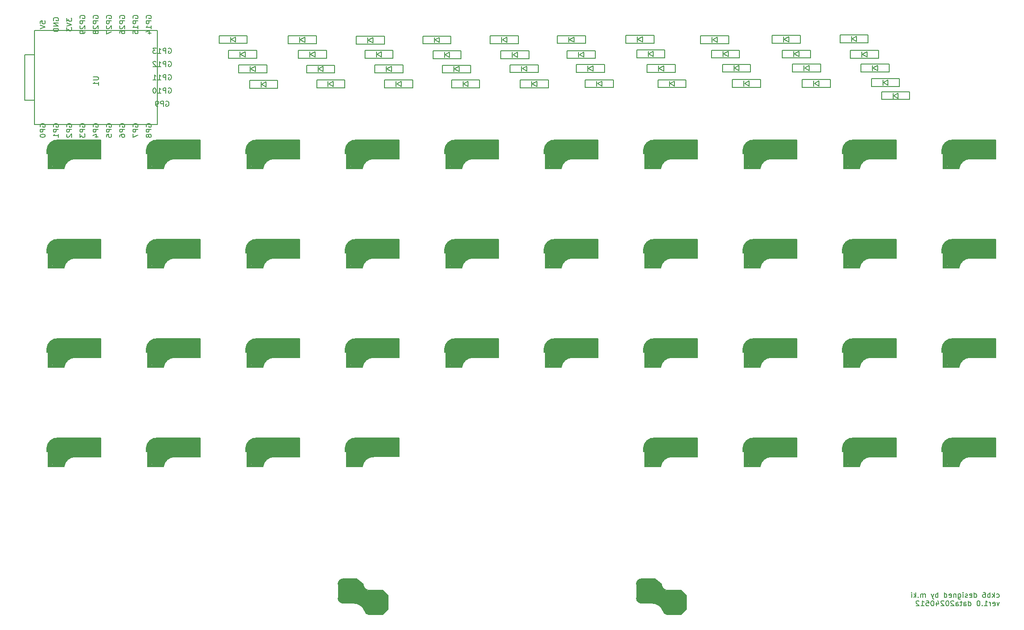
<source format=gbr>
%TF.GenerationSoftware,KiCad,Pcbnew,7.0.8*%
%TF.CreationDate,2024-05-12T08:22:54+09:00*%
%TF.ProjectId,ckb6,636b6236-2e6b-4696-9361-645f70636258,rev?*%
%TF.SameCoordinates,Original*%
%TF.FileFunction,Legend,Bot*%
%TF.FilePolarity,Positive*%
%FSLAX46Y46*%
G04 Gerber Fmt 4.6, Leading zero omitted, Abs format (unit mm)*
G04 Created by KiCad (PCBNEW 7.0.8) date 2024-05-12 08:22:54*
%MOMM*%
%LPD*%
G01*
G04 APERTURE LIST*
%ADD10C,0.150000*%
%ADD11C,0.400000*%
%ADD12C,0.500000*%
%ADD13C,1.000000*%
%ADD14C,3.500000*%
%ADD15C,3.000000*%
%ADD16C,0.800000*%
%ADD17C,0.300000*%
%ADD18C,0.120000*%
G04 APERTURE END LIST*
D10*
X115134649Y38207800D02*
X115229887Y38160180D01*
X115229887Y38160180D02*
X115420363Y38160180D01*
X115420363Y38160180D02*
X115515601Y38207800D01*
X115515601Y38207800D02*
X115563220Y38255419D01*
X115563220Y38255419D02*
X115610839Y38350657D01*
X115610839Y38350657D02*
X115610839Y38636371D01*
X115610839Y38636371D02*
X115563220Y38731609D01*
X115563220Y38731609D02*
X115515601Y38779228D01*
X115515601Y38779228D02*
X115420363Y38826847D01*
X115420363Y38826847D02*
X115229887Y38826847D01*
X115229887Y38826847D02*
X115134649Y38779228D01*
X114706077Y38160180D02*
X114706077Y39160180D01*
X114610839Y38541133D02*
X114325125Y38160180D01*
X114325125Y38826847D02*
X114706077Y38445895D01*
X113896553Y38160180D02*
X113896553Y39160180D01*
X113896553Y38779228D02*
X113801315Y38826847D01*
X113801315Y38826847D02*
X113610839Y38826847D01*
X113610839Y38826847D02*
X113515601Y38779228D01*
X113515601Y38779228D02*
X113467982Y38731609D01*
X113467982Y38731609D02*
X113420363Y38636371D01*
X113420363Y38636371D02*
X113420363Y38350657D01*
X113420363Y38350657D02*
X113467982Y38255419D01*
X113467982Y38255419D02*
X113515601Y38207800D01*
X113515601Y38207800D02*
X113610839Y38160180D01*
X113610839Y38160180D02*
X113801315Y38160180D01*
X113801315Y38160180D02*
X113896553Y38207800D01*
X112563220Y39160180D02*
X112753696Y39160180D01*
X112753696Y39160180D02*
X112848934Y39112561D01*
X112848934Y39112561D02*
X112896553Y39064942D01*
X112896553Y39064942D02*
X112991791Y38922085D01*
X112991791Y38922085D02*
X113039410Y38731609D01*
X113039410Y38731609D02*
X113039410Y38350657D01*
X113039410Y38350657D02*
X112991791Y38255419D01*
X112991791Y38255419D02*
X112944172Y38207800D01*
X112944172Y38207800D02*
X112848934Y38160180D01*
X112848934Y38160180D02*
X112658458Y38160180D01*
X112658458Y38160180D02*
X112563220Y38207800D01*
X112563220Y38207800D02*
X112515601Y38255419D01*
X112515601Y38255419D02*
X112467982Y38350657D01*
X112467982Y38350657D02*
X112467982Y38588752D01*
X112467982Y38588752D02*
X112515601Y38683990D01*
X112515601Y38683990D02*
X112563220Y38731609D01*
X112563220Y38731609D02*
X112658458Y38779228D01*
X112658458Y38779228D02*
X112848934Y38779228D01*
X112848934Y38779228D02*
X112944172Y38731609D01*
X112944172Y38731609D02*
X112991791Y38683990D01*
X112991791Y38683990D02*
X113039410Y38588752D01*
X110848934Y38160180D02*
X110848934Y39160180D01*
X110848934Y38207800D02*
X110944172Y38160180D01*
X110944172Y38160180D02*
X111134648Y38160180D01*
X111134648Y38160180D02*
X111229886Y38207800D01*
X111229886Y38207800D02*
X111277505Y38255419D01*
X111277505Y38255419D02*
X111325124Y38350657D01*
X111325124Y38350657D02*
X111325124Y38636371D01*
X111325124Y38636371D02*
X111277505Y38731609D01*
X111277505Y38731609D02*
X111229886Y38779228D01*
X111229886Y38779228D02*
X111134648Y38826847D01*
X111134648Y38826847D02*
X110944172Y38826847D01*
X110944172Y38826847D02*
X110848934Y38779228D01*
X109991791Y38207800D02*
X110087029Y38160180D01*
X110087029Y38160180D02*
X110277505Y38160180D01*
X110277505Y38160180D02*
X110372743Y38207800D01*
X110372743Y38207800D02*
X110420362Y38303038D01*
X110420362Y38303038D02*
X110420362Y38683990D01*
X110420362Y38683990D02*
X110372743Y38779228D01*
X110372743Y38779228D02*
X110277505Y38826847D01*
X110277505Y38826847D02*
X110087029Y38826847D01*
X110087029Y38826847D02*
X109991791Y38779228D01*
X109991791Y38779228D02*
X109944172Y38683990D01*
X109944172Y38683990D02*
X109944172Y38588752D01*
X109944172Y38588752D02*
X110420362Y38493514D01*
X109563219Y38207800D02*
X109467981Y38160180D01*
X109467981Y38160180D02*
X109277505Y38160180D01*
X109277505Y38160180D02*
X109182267Y38207800D01*
X109182267Y38207800D02*
X109134648Y38303038D01*
X109134648Y38303038D02*
X109134648Y38350657D01*
X109134648Y38350657D02*
X109182267Y38445895D01*
X109182267Y38445895D02*
X109277505Y38493514D01*
X109277505Y38493514D02*
X109420362Y38493514D01*
X109420362Y38493514D02*
X109515600Y38541133D01*
X109515600Y38541133D02*
X109563219Y38636371D01*
X109563219Y38636371D02*
X109563219Y38683990D01*
X109563219Y38683990D02*
X109515600Y38779228D01*
X109515600Y38779228D02*
X109420362Y38826847D01*
X109420362Y38826847D02*
X109277505Y38826847D01*
X109277505Y38826847D02*
X109182267Y38779228D01*
X108706076Y38160180D02*
X108706076Y38826847D01*
X108706076Y39160180D02*
X108753695Y39112561D01*
X108753695Y39112561D02*
X108706076Y39064942D01*
X108706076Y39064942D02*
X108658457Y39112561D01*
X108658457Y39112561D02*
X108706076Y39160180D01*
X108706076Y39160180D02*
X108706076Y39064942D01*
X107801315Y38826847D02*
X107801315Y38017323D01*
X107801315Y38017323D02*
X107848934Y37922085D01*
X107848934Y37922085D02*
X107896553Y37874466D01*
X107896553Y37874466D02*
X107991791Y37826847D01*
X107991791Y37826847D02*
X108134648Y37826847D01*
X108134648Y37826847D02*
X108229886Y37874466D01*
X107801315Y38207800D02*
X107896553Y38160180D01*
X107896553Y38160180D02*
X108087029Y38160180D01*
X108087029Y38160180D02*
X108182267Y38207800D01*
X108182267Y38207800D02*
X108229886Y38255419D01*
X108229886Y38255419D02*
X108277505Y38350657D01*
X108277505Y38350657D02*
X108277505Y38636371D01*
X108277505Y38636371D02*
X108229886Y38731609D01*
X108229886Y38731609D02*
X108182267Y38779228D01*
X108182267Y38779228D02*
X108087029Y38826847D01*
X108087029Y38826847D02*
X107896553Y38826847D01*
X107896553Y38826847D02*
X107801315Y38779228D01*
X107325124Y38826847D02*
X107325124Y38160180D01*
X107325124Y38731609D02*
X107277505Y38779228D01*
X107277505Y38779228D02*
X107182267Y38826847D01*
X107182267Y38826847D02*
X107039410Y38826847D01*
X107039410Y38826847D02*
X106944172Y38779228D01*
X106944172Y38779228D02*
X106896553Y38683990D01*
X106896553Y38683990D02*
X106896553Y38160180D01*
X106039410Y38207800D02*
X106134648Y38160180D01*
X106134648Y38160180D02*
X106325124Y38160180D01*
X106325124Y38160180D02*
X106420362Y38207800D01*
X106420362Y38207800D02*
X106467981Y38303038D01*
X106467981Y38303038D02*
X106467981Y38683990D01*
X106467981Y38683990D02*
X106420362Y38779228D01*
X106420362Y38779228D02*
X106325124Y38826847D01*
X106325124Y38826847D02*
X106134648Y38826847D01*
X106134648Y38826847D02*
X106039410Y38779228D01*
X106039410Y38779228D02*
X105991791Y38683990D01*
X105991791Y38683990D02*
X105991791Y38588752D01*
X105991791Y38588752D02*
X106467981Y38493514D01*
X105134648Y38160180D02*
X105134648Y39160180D01*
X105134648Y38207800D02*
X105229886Y38160180D01*
X105229886Y38160180D02*
X105420362Y38160180D01*
X105420362Y38160180D02*
X105515600Y38207800D01*
X105515600Y38207800D02*
X105563219Y38255419D01*
X105563219Y38255419D02*
X105610838Y38350657D01*
X105610838Y38350657D02*
X105610838Y38636371D01*
X105610838Y38636371D02*
X105563219Y38731609D01*
X105563219Y38731609D02*
X105515600Y38779228D01*
X105515600Y38779228D02*
X105420362Y38826847D01*
X105420362Y38826847D02*
X105229886Y38826847D01*
X105229886Y38826847D02*
X105134648Y38779228D01*
X103896552Y38160180D02*
X103896552Y39160180D01*
X103896552Y38779228D02*
X103801314Y38826847D01*
X103801314Y38826847D02*
X103610838Y38826847D01*
X103610838Y38826847D02*
X103515600Y38779228D01*
X103515600Y38779228D02*
X103467981Y38731609D01*
X103467981Y38731609D02*
X103420362Y38636371D01*
X103420362Y38636371D02*
X103420362Y38350657D01*
X103420362Y38350657D02*
X103467981Y38255419D01*
X103467981Y38255419D02*
X103515600Y38207800D01*
X103515600Y38207800D02*
X103610838Y38160180D01*
X103610838Y38160180D02*
X103801314Y38160180D01*
X103801314Y38160180D02*
X103896552Y38207800D01*
X103087028Y38826847D02*
X102848933Y38160180D01*
X102610838Y38826847D02*
X102848933Y38160180D01*
X102848933Y38160180D02*
X102944171Y37922085D01*
X102944171Y37922085D02*
X102991790Y37874466D01*
X102991790Y37874466D02*
X103087028Y37826847D01*
X101467980Y38160180D02*
X101467980Y38826847D01*
X101467980Y38731609D02*
X101420361Y38779228D01*
X101420361Y38779228D02*
X101325123Y38826847D01*
X101325123Y38826847D02*
X101182266Y38826847D01*
X101182266Y38826847D02*
X101087028Y38779228D01*
X101087028Y38779228D02*
X101039409Y38683990D01*
X101039409Y38683990D02*
X101039409Y38160180D01*
X101039409Y38683990D02*
X100991790Y38779228D01*
X100991790Y38779228D02*
X100896552Y38826847D01*
X100896552Y38826847D02*
X100753695Y38826847D01*
X100753695Y38826847D02*
X100658456Y38779228D01*
X100658456Y38779228D02*
X100610837Y38683990D01*
X100610837Y38683990D02*
X100610837Y38160180D01*
X100134647Y38255419D02*
X100087028Y38207800D01*
X100087028Y38207800D02*
X100134647Y38160180D01*
X100134647Y38160180D02*
X100182266Y38207800D01*
X100182266Y38207800D02*
X100134647Y38255419D01*
X100134647Y38255419D02*
X100134647Y38160180D01*
X99658457Y38160180D02*
X99658457Y39160180D01*
X99563219Y38541133D02*
X99277505Y38160180D01*
X99277505Y38826847D02*
X99658457Y38445895D01*
X98848933Y38160180D02*
X98848933Y38826847D01*
X98848933Y39160180D02*
X98896552Y39112561D01*
X98896552Y39112561D02*
X98848933Y39064942D01*
X98848933Y39064942D02*
X98801314Y39112561D01*
X98801314Y39112561D02*
X98848933Y39160180D01*
X98848933Y39160180D02*
X98848933Y39064942D01*
X115658458Y37216847D02*
X115420363Y36550180D01*
X115420363Y36550180D02*
X115182268Y37216847D01*
X114420363Y36597800D02*
X114515601Y36550180D01*
X114515601Y36550180D02*
X114706077Y36550180D01*
X114706077Y36550180D02*
X114801315Y36597800D01*
X114801315Y36597800D02*
X114848934Y36693038D01*
X114848934Y36693038D02*
X114848934Y37073990D01*
X114848934Y37073990D02*
X114801315Y37169228D01*
X114801315Y37169228D02*
X114706077Y37216847D01*
X114706077Y37216847D02*
X114515601Y37216847D01*
X114515601Y37216847D02*
X114420363Y37169228D01*
X114420363Y37169228D02*
X114372744Y37073990D01*
X114372744Y37073990D02*
X114372744Y36978752D01*
X114372744Y36978752D02*
X114848934Y36883514D01*
X113944172Y36550180D02*
X113944172Y37216847D01*
X113944172Y37026371D02*
X113896553Y37121609D01*
X113896553Y37121609D02*
X113848934Y37169228D01*
X113848934Y37169228D02*
X113753696Y37216847D01*
X113753696Y37216847D02*
X113658458Y37216847D01*
X112801315Y36550180D02*
X113372743Y36550180D01*
X113087029Y36550180D02*
X113087029Y37550180D01*
X113087029Y37550180D02*
X113182267Y37407323D01*
X113182267Y37407323D02*
X113277505Y37312085D01*
X113277505Y37312085D02*
X113372743Y37264466D01*
X112372743Y36645419D02*
X112325124Y36597800D01*
X112325124Y36597800D02*
X112372743Y36550180D01*
X112372743Y36550180D02*
X112420362Y36597800D01*
X112420362Y36597800D02*
X112372743Y36645419D01*
X112372743Y36645419D02*
X112372743Y36550180D01*
X111706077Y37550180D02*
X111610839Y37550180D01*
X111610839Y37550180D02*
X111515601Y37502561D01*
X111515601Y37502561D02*
X111467982Y37454942D01*
X111467982Y37454942D02*
X111420363Y37359704D01*
X111420363Y37359704D02*
X111372744Y37169228D01*
X111372744Y37169228D02*
X111372744Y36931133D01*
X111372744Y36931133D02*
X111420363Y36740657D01*
X111420363Y36740657D02*
X111467982Y36645419D01*
X111467982Y36645419D02*
X111515601Y36597800D01*
X111515601Y36597800D02*
X111610839Y36550180D01*
X111610839Y36550180D02*
X111706077Y36550180D01*
X111706077Y36550180D02*
X111801315Y36597800D01*
X111801315Y36597800D02*
X111848934Y36645419D01*
X111848934Y36645419D02*
X111896553Y36740657D01*
X111896553Y36740657D02*
X111944172Y36931133D01*
X111944172Y36931133D02*
X111944172Y37169228D01*
X111944172Y37169228D02*
X111896553Y37359704D01*
X111896553Y37359704D02*
X111848934Y37454942D01*
X111848934Y37454942D02*
X111801315Y37502561D01*
X111801315Y37502561D02*
X111706077Y37550180D01*
X109753696Y36550180D02*
X109753696Y37550180D01*
X109753696Y36597800D02*
X109848934Y36550180D01*
X109848934Y36550180D02*
X110039410Y36550180D01*
X110039410Y36550180D02*
X110134648Y36597800D01*
X110134648Y36597800D02*
X110182267Y36645419D01*
X110182267Y36645419D02*
X110229886Y36740657D01*
X110229886Y36740657D02*
X110229886Y37026371D01*
X110229886Y37026371D02*
X110182267Y37121609D01*
X110182267Y37121609D02*
X110134648Y37169228D01*
X110134648Y37169228D02*
X110039410Y37216847D01*
X110039410Y37216847D02*
X109848934Y37216847D01*
X109848934Y37216847D02*
X109753696Y37169228D01*
X108848934Y36550180D02*
X108848934Y37073990D01*
X108848934Y37073990D02*
X108896553Y37169228D01*
X108896553Y37169228D02*
X108991791Y37216847D01*
X108991791Y37216847D02*
X109182267Y37216847D01*
X109182267Y37216847D02*
X109277505Y37169228D01*
X108848934Y36597800D02*
X108944172Y36550180D01*
X108944172Y36550180D02*
X109182267Y36550180D01*
X109182267Y36550180D02*
X109277505Y36597800D01*
X109277505Y36597800D02*
X109325124Y36693038D01*
X109325124Y36693038D02*
X109325124Y36788276D01*
X109325124Y36788276D02*
X109277505Y36883514D01*
X109277505Y36883514D02*
X109182267Y36931133D01*
X109182267Y36931133D02*
X108944172Y36931133D01*
X108944172Y36931133D02*
X108848934Y36978752D01*
X108515600Y37216847D02*
X108134648Y37216847D01*
X108372743Y37550180D02*
X108372743Y36693038D01*
X108372743Y36693038D02*
X108325124Y36597800D01*
X108325124Y36597800D02*
X108229886Y36550180D01*
X108229886Y36550180D02*
X108134648Y36550180D01*
X107372743Y36550180D02*
X107372743Y37073990D01*
X107372743Y37073990D02*
X107420362Y37169228D01*
X107420362Y37169228D02*
X107515600Y37216847D01*
X107515600Y37216847D02*
X107706076Y37216847D01*
X107706076Y37216847D02*
X107801314Y37169228D01*
X107372743Y36597800D02*
X107467981Y36550180D01*
X107467981Y36550180D02*
X107706076Y36550180D01*
X107706076Y36550180D02*
X107801314Y36597800D01*
X107801314Y36597800D02*
X107848933Y36693038D01*
X107848933Y36693038D02*
X107848933Y36788276D01*
X107848933Y36788276D02*
X107801314Y36883514D01*
X107801314Y36883514D02*
X107706076Y36931133D01*
X107706076Y36931133D02*
X107467981Y36931133D01*
X107467981Y36931133D02*
X107372743Y36978752D01*
X106944171Y37454942D02*
X106896552Y37502561D01*
X106896552Y37502561D02*
X106801314Y37550180D01*
X106801314Y37550180D02*
X106563219Y37550180D01*
X106563219Y37550180D02*
X106467981Y37502561D01*
X106467981Y37502561D02*
X106420362Y37454942D01*
X106420362Y37454942D02*
X106372743Y37359704D01*
X106372743Y37359704D02*
X106372743Y37264466D01*
X106372743Y37264466D02*
X106420362Y37121609D01*
X106420362Y37121609D02*
X106991790Y36550180D01*
X106991790Y36550180D02*
X106372743Y36550180D01*
X105753695Y37550180D02*
X105658457Y37550180D01*
X105658457Y37550180D02*
X105563219Y37502561D01*
X105563219Y37502561D02*
X105515600Y37454942D01*
X105515600Y37454942D02*
X105467981Y37359704D01*
X105467981Y37359704D02*
X105420362Y37169228D01*
X105420362Y37169228D02*
X105420362Y36931133D01*
X105420362Y36931133D02*
X105467981Y36740657D01*
X105467981Y36740657D02*
X105515600Y36645419D01*
X105515600Y36645419D02*
X105563219Y36597800D01*
X105563219Y36597800D02*
X105658457Y36550180D01*
X105658457Y36550180D02*
X105753695Y36550180D01*
X105753695Y36550180D02*
X105848933Y36597800D01*
X105848933Y36597800D02*
X105896552Y36645419D01*
X105896552Y36645419D02*
X105944171Y36740657D01*
X105944171Y36740657D02*
X105991790Y36931133D01*
X105991790Y36931133D02*
X105991790Y37169228D01*
X105991790Y37169228D02*
X105944171Y37359704D01*
X105944171Y37359704D02*
X105896552Y37454942D01*
X105896552Y37454942D02*
X105848933Y37502561D01*
X105848933Y37502561D02*
X105753695Y37550180D01*
X105039409Y37454942D02*
X104991790Y37502561D01*
X104991790Y37502561D02*
X104896552Y37550180D01*
X104896552Y37550180D02*
X104658457Y37550180D01*
X104658457Y37550180D02*
X104563219Y37502561D01*
X104563219Y37502561D02*
X104515600Y37454942D01*
X104515600Y37454942D02*
X104467981Y37359704D01*
X104467981Y37359704D02*
X104467981Y37264466D01*
X104467981Y37264466D02*
X104515600Y37121609D01*
X104515600Y37121609D02*
X105087028Y36550180D01*
X105087028Y36550180D02*
X104467981Y36550180D01*
X103610838Y37216847D02*
X103610838Y36550180D01*
X103848933Y37597800D02*
X104087028Y36883514D01*
X104087028Y36883514D02*
X103467981Y36883514D01*
X102896552Y37550180D02*
X102801314Y37550180D01*
X102801314Y37550180D02*
X102706076Y37502561D01*
X102706076Y37502561D02*
X102658457Y37454942D01*
X102658457Y37454942D02*
X102610838Y37359704D01*
X102610838Y37359704D02*
X102563219Y37169228D01*
X102563219Y37169228D02*
X102563219Y36931133D01*
X102563219Y36931133D02*
X102610838Y36740657D01*
X102610838Y36740657D02*
X102658457Y36645419D01*
X102658457Y36645419D02*
X102706076Y36597800D01*
X102706076Y36597800D02*
X102801314Y36550180D01*
X102801314Y36550180D02*
X102896552Y36550180D01*
X102896552Y36550180D02*
X102991790Y36597800D01*
X102991790Y36597800D02*
X103039409Y36645419D01*
X103039409Y36645419D02*
X103087028Y36740657D01*
X103087028Y36740657D02*
X103134647Y36931133D01*
X103134647Y36931133D02*
X103134647Y37169228D01*
X103134647Y37169228D02*
X103087028Y37359704D01*
X103087028Y37359704D02*
X103039409Y37454942D01*
X103039409Y37454942D02*
X102991790Y37502561D01*
X102991790Y37502561D02*
X102896552Y37550180D01*
X101658457Y37550180D02*
X102134647Y37550180D01*
X102134647Y37550180D02*
X102182266Y37073990D01*
X102182266Y37073990D02*
X102134647Y37121609D01*
X102134647Y37121609D02*
X102039409Y37169228D01*
X102039409Y37169228D02*
X101801314Y37169228D01*
X101801314Y37169228D02*
X101706076Y37121609D01*
X101706076Y37121609D02*
X101658457Y37073990D01*
X101658457Y37073990D02*
X101610838Y36978752D01*
X101610838Y36978752D02*
X101610838Y36740657D01*
X101610838Y36740657D02*
X101658457Y36645419D01*
X101658457Y36645419D02*
X101706076Y36597800D01*
X101706076Y36597800D02*
X101801314Y36550180D01*
X101801314Y36550180D02*
X102039409Y36550180D01*
X102039409Y36550180D02*
X102134647Y36597800D01*
X102134647Y36597800D02*
X102182266Y36645419D01*
X100658457Y36550180D02*
X101229885Y36550180D01*
X100944171Y36550180D02*
X100944171Y37550180D01*
X100944171Y37550180D02*
X101039409Y37407323D01*
X101039409Y37407323D02*
X101134647Y37312085D01*
X101134647Y37312085D02*
X101229885Y37264466D01*
X100277504Y37454942D02*
X100229885Y37502561D01*
X100229885Y37502561D02*
X100134647Y37550180D01*
X100134647Y37550180D02*
X99896552Y37550180D01*
X99896552Y37550180D02*
X99801314Y37502561D01*
X99801314Y37502561D02*
X99753695Y37454942D01*
X99753695Y37454942D02*
X99706076Y37359704D01*
X99706076Y37359704D02*
X99706076Y37264466D01*
X99706076Y37264466D02*
X99753695Y37121609D01*
X99753695Y37121609D02*
X100325123Y36550180D01*
X100325123Y36550180D02*
X99706076Y36550180D01*
X-57942680Y138001904D02*
X-57133157Y138001904D01*
X-57133157Y138001904D02*
X-57037919Y137954285D01*
X-57037919Y137954285D02*
X-56990300Y137906666D01*
X-56990300Y137906666D02*
X-56942680Y137811428D01*
X-56942680Y137811428D02*
X-56942680Y137620952D01*
X-56942680Y137620952D02*
X-56990300Y137525714D01*
X-56990300Y137525714D02*
X-57037919Y137478095D01*
X-57037919Y137478095D02*
X-57133157Y137430476D01*
X-57133157Y137430476D02*
X-57942680Y137430476D01*
X-56942680Y136430476D02*
X-56942680Y137001904D01*
X-56942680Y136716190D02*
X-57942680Y136716190D01*
X-57942680Y136716190D02*
X-57799823Y136811428D01*
X-57799823Y136811428D02*
X-57704585Y136906666D01*
X-57704585Y136906666D02*
X-57656966Y137001904D01*
X-68112680Y148230476D02*
X-68112680Y148706666D01*
X-68112680Y148706666D02*
X-67636490Y148754285D01*
X-67636490Y148754285D02*
X-67684109Y148706666D01*
X-67684109Y148706666D02*
X-67731728Y148611428D01*
X-67731728Y148611428D02*
X-67731728Y148373333D01*
X-67731728Y148373333D02*
X-67684109Y148278095D01*
X-67684109Y148278095D02*
X-67636490Y148230476D01*
X-67636490Y148230476D02*
X-67541252Y148182857D01*
X-67541252Y148182857D02*
X-67303157Y148182857D01*
X-67303157Y148182857D02*
X-67207919Y148230476D01*
X-67207919Y148230476D02*
X-67160300Y148278095D01*
X-67160300Y148278095D02*
X-67112680Y148373333D01*
X-67112680Y148373333D02*
X-67112680Y148611428D01*
X-67112680Y148611428D02*
X-67160300Y148706666D01*
X-67160300Y148706666D02*
X-67207919Y148754285D01*
X-68112680Y147897142D02*
X-67112680Y147563809D01*
X-67112680Y147563809D02*
X-68112680Y147230476D01*
X-68065061Y128434285D02*
X-68112680Y128529523D01*
X-68112680Y128529523D02*
X-68112680Y128672380D01*
X-68112680Y128672380D02*
X-68065061Y128815237D01*
X-68065061Y128815237D02*
X-67969823Y128910475D01*
X-67969823Y128910475D02*
X-67874585Y128958094D01*
X-67874585Y128958094D02*
X-67684109Y129005713D01*
X-67684109Y129005713D02*
X-67541252Y129005713D01*
X-67541252Y129005713D02*
X-67350776Y128958094D01*
X-67350776Y128958094D02*
X-67255538Y128910475D01*
X-67255538Y128910475D02*
X-67160300Y128815237D01*
X-67160300Y128815237D02*
X-67112680Y128672380D01*
X-67112680Y128672380D02*
X-67112680Y128577142D01*
X-67112680Y128577142D02*
X-67160300Y128434285D01*
X-67160300Y128434285D02*
X-67207919Y128386666D01*
X-67207919Y128386666D02*
X-67541252Y128386666D01*
X-67541252Y128386666D02*
X-67541252Y128577142D01*
X-67112680Y127958094D02*
X-68112680Y127958094D01*
X-68112680Y127958094D02*
X-68112680Y127577142D01*
X-68112680Y127577142D02*
X-68065061Y127481904D01*
X-68065061Y127481904D02*
X-68017442Y127434285D01*
X-68017442Y127434285D02*
X-67922204Y127386666D01*
X-67922204Y127386666D02*
X-67779347Y127386666D01*
X-67779347Y127386666D02*
X-67684109Y127434285D01*
X-67684109Y127434285D02*
X-67636490Y127481904D01*
X-67636490Y127481904D02*
X-67588871Y127577142D01*
X-67588871Y127577142D02*
X-67588871Y127958094D01*
X-68112680Y126767618D02*
X-68112680Y126672380D01*
X-68112680Y126672380D02*
X-68065061Y126577142D01*
X-68065061Y126577142D02*
X-68017442Y126529523D01*
X-68017442Y126529523D02*
X-67922204Y126481904D01*
X-67922204Y126481904D02*
X-67731728Y126434285D01*
X-67731728Y126434285D02*
X-67493633Y126434285D01*
X-67493633Y126434285D02*
X-67303157Y126481904D01*
X-67303157Y126481904D02*
X-67207919Y126529523D01*
X-67207919Y126529523D02*
X-67160300Y126577142D01*
X-67160300Y126577142D02*
X-67112680Y126672380D01*
X-67112680Y126672380D02*
X-67112680Y126767618D01*
X-67112680Y126767618D02*
X-67160300Y126862856D01*
X-67160300Y126862856D02*
X-67207919Y126910475D01*
X-67207919Y126910475D02*
X-67303157Y126958094D01*
X-67303157Y126958094D02*
X-67493633Y127005713D01*
X-67493633Y127005713D02*
X-67731728Y127005713D01*
X-67731728Y127005713D02*
X-67922204Y126958094D01*
X-67922204Y126958094D02*
X-68017442Y126910475D01*
X-68017442Y126910475D02*
X-68065061Y126862856D01*
X-68065061Y126862856D02*
X-68112680Y126767618D01*
X-43517023Y143457561D02*
X-43421785Y143505180D01*
X-43421785Y143505180D02*
X-43278928Y143505180D01*
X-43278928Y143505180D02*
X-43136071Y143457561D01*
X-43136071Y143457561D02*
X-43040833Y143362323D01*
X-43040833Y143362323D02*
X-42993214Y143267085D01*
X-42993214Y143267085D02*
X-42945595Y143076609D01*
X-42945595Y143076609D02*
X-42945595Y142933752D01*
X-42945595Y142933752D02*
X-42993214Y142743276D01*
X-42993214Y142743276D02*
X-43040833Y142648038D01*
X-43040833Y142648038D02*
X-43136071Y142552800D01*
X-43136071Y142552800D02*
X-43278928Y142505180D01*
X-43278928Y142505180D02*
X-43374166Y142505180D01*
X-43374166Y142505180D02*
X-43517023Y142552800D01*
X-43517023Y142552800D02*
X-43564642Y142600419D01*
X-43564642Y142600419D02*
X-43564642Y142933752D01*
X-43564642Y142933752D02*
X-43374166Y142933752D01*
X-43993214Y142505180D02*
X-43993214Y143505180D01*
X-43993214Y143505180D02*
X-44374166Y143505180D01*
X-44374166Y143505180D02*
X-44469404Y143457561D01*
X-44469404Y143457561D02*
X-44517023Y143409942D01*
X-44517023Y143409942D02*
X-44564642Y143314704D01*
X-44564642Y143314704D02*
X-44564642Y143171847D01*
X-44564642Y143171847D02*
X-44517023Y143076609D01*
X-44517023Y143076609D02*
X-44469404Y143028990D01*
X-44469404Y143028990D02*
X-44374166Y142981371D01*
X-44374166Y142981371D02*
X-43993214Y142981371D01*
X-45517023Y142505180D02*
X-44945595Y142505180D01*
X-45231309Y142505180D02*
X-45231309Y143505180D01*
X-45231309Y143505180D02*
X-45136071Y143362323D01*
X-45136071Y143362323D02*
X-45040833Y143267085D01*
X-45040833Y143267085D02*
X-44945595Y143219466D01*
X-45850357Y143505180D02*
X-46469404Y143505180D01*
X-46469404Y143505180D02*
X-46136071Y143124228D01*
X-46136071Y143124228D02*
X-46278928Y143124228D01*
X-46278928Y143124228D02*
X-46374166Y143076609D01*
X-46374166Y143076609D02*
X-46421785Y143028990D01*
X-46421785Y143028990D02*
X-46469404Y142933752D01*
X-46469404Y142933752D02*
X-46469404Y142695657D01*
X-46469404Y142695657D02*
X-46421785Y142600419D01*
X-46421785Y142600419D02*
X-46374166Y142552800D01*
X-46374166Y142552800D02*
X-46278928Y142505180D01*
X-46278928Y142505180D02*
X-45993214Y142505180D01*
X-45993214Y142505180D02*
X-45897976Y142552800D01*
X-45897976Y142552800D02*
X-45850357Y142600419D01*
X-52825061Y149230476D02*
X-52872680Y149325714D01*
X-52872680Y149325714D02*
X-52872680Y149468571D01*
X-52872680Y149468571D02*
X-52825061Y149611428D01*
X-52825061Y149611428D02*
X-52729823Y149706666D01*
X-52729823Y149706666D02*
X-52634585Y149754285D01*
X-52634585Y149754285D02*
X-52444109Y149801904D01*
X-52444109Y149801904D02*
X-52301252Y149801904D01*
X-52301252Y149801904D02*
X-52110776Y149754285D01*
X-52110776Y149754285D02*
X-52015538Y149706666D01*
X-52015538Y149706666D02*
X-51920300Y149611428D01*
X-51920300Y149611428D02*
X-51872680Y149468571D01*
X-51872680Y149468571D02*
X-51872680Y149373333D01*
X-51872680Y149373333D02*
X-51920300Y149230476D01*
X-51920300Y149230476D02*
X-51967919Y149182857D01*
X-51967919Y149182857D02*
X-52301252Y149182857D01*
X-52301252Y149182857D02*
X-52301252Y149373333D01*
X-51872680Y148754285D02*
X-52872680Y148754285D01*
X-52872680Y148754285D02*
X-52872680Y148373333D01*
X-52872680Y148373333D02*
X-52825061Y148278095D01*
X-52825061Y148278095D02*
X-52777442Y148230476D01*
X-52777442Y148230476D02*
X-52682204Y148182857D01*
X-52682204Y148182857D02*
X-52539347Y148182857D01*
X-52539347Y148182857D02*
X-52444109Y148230476D01*
X-52444109Y148230476D02*
X-52396490Y148278095D01*
X-52396490Y148278095D02*
X-52348871Y148373333D01*
X-52348871Y148373333D02*
X-52348871Y148754285D01*
X-52777442Y147801904D02*
X-52825061Y147754285D01*
X-52825061Y147754285D02*
X-52872680Y147659047D01*
X-52872680Y147659047D02*
X-52872680Y147420952D01*
X-52872680Y147420952D02*
X-52825061Y147325714D01*
X-52825061Y147325714D02*
X-52777442Y147278095D01*
X-52777442Y147278095D02*
X-52682204Y147230476D01*
X-52682204Y147230476D02*
X-52586966Y147230476D01*
X-52586966Y147230476D02*
X-52444109Y147278095D01*
X-52444109Y147278095D02*
X-51872680Y147849523D01*
X-51872680Y147849523D02*
X-51872680Y147230476D01*
X-52872680Y146373333D02*
X-52872680Y146563809D01*
X-52872680Y146563809D02*
X-52825061Y146659047D01*
X-52825061Y146659047D02*
X-52777442Y146706666D01*
X-52777442Y146706666D02*
X-52634585Y146801904D01*
X-52634585Y146801904D02*
X-52444109Y146849523D01*
X-52444109Y146849523D02*
X-52063157Y146849523D01*
X-52063157Y146849523D02*
X-51967919Y146801904D01*
X-51967919Y146801904D02*
X-51920300Y146754285D01*
X-51920300Y146754285D02*
X-51872680Y146659047D01*
X-51872680Y146659047D02*
X-51872680Y146468571D01*
X-51872680Y146468571D02*
X-51920300Y146373333D01*
X-51920300Y146373333D02*
X-51967919Y146325714D01*
X-51967919Y146325714D02*
X-52063157Y146278095D01*
X-52063157Y146278095D02*
X-52301252Y146278095D01*
X-52301252Y146278095D02*
X-52396490Y146325714D01*
X-52396490Y146325714D02*
X-52444109Y146373333D01*
X-52444109Y146373333D02*
X-52491728Y146468571D01*
X-52491728Y146468571D02*
X-52491728Y146659047D01*
X-52491728Y146659047D02*
X-52444109Y146754285D01*
X-52444109Y146754285D02*
X-52396490Y146801904D01*
X-52396490Y146801904D02*
X-52301252Y146849523D01*
X-50285061Y128434285D02*
X-50332680Y128529523D01*
X-50332680Y128529523D02*
X-50332680Y128672380D01*
X-50332680Y128672380D02*
X-50285061Y128815237D01*
X-50285061Y128815237D02*
X-50189823Y128910475D01*
X-50189823Y128910475D02*
X-50094585Y128958094D01*
X-50094585Y128958094D02*
X-49904109Y129005713D01*
X-49904109Y129005713D02*
X-49761252Y129005713D01*
X-49761252Y129005713D02*
X-49570776Y128958094D01*
X-49570776Y128958094D02*
X-49475538Y128910475D01*
X-49475538Y128910475D02*
X-49380300Y128815237D01*
X-49380300Y128815237D02*
X-49332680Y128672380D01*
X-49332680Y128672380D02*
X-49332680Y128577142D01*
X-49332680Y128577142D02*
X-49380300Y128434285D01*
X-49380300Y128434285D02*
X-49427919Y128386666D01*
X-49427919Y128386666D02*
X-49761252Y128386666D01*
X-49761252Y128386666D02*
X-49761252Y128577142D01*
X-49332680Y127958094D02*
X-50332680Y127958094D01*
X-50332680Y127958094D02*
X-50332680Y127577142D01*
X-50332680Y127577142D02*
X-50285061Y127481904D01*
X-50285061Y127481904D02*
X-50237442Y127434285D01*
X-50237442Y127434285D02*
X-50142204Y127386666D01*
X-50142204Y127386666D02*
X-49999347Y127386666D01*
X-49999347Y127386666D02*
X-49904109Y127434285D01*
X-49904109Y127434285D02*
X-49856490Y127481904D01*
X-49856490Y127481904D02*
X-49808871Y127577142D01*
X-49808871Y127577142D02*
X-49808871Y127958094D01*
X-50332680Y127053332D02*
X-50332680Y126386666D01*
X-50332680Y126386666D02*
X-49332680Y126815237D01*
X-57905061Y149230476D02*
X-57952680Y149325714D01*
X-57952680Y149325714D02*
X-57952680Y149468571D01*
X-57952680Y149468571D02*
X-57905061Y149611428D01*
X-57905061Y149611428D02*
X-57809823Y149706666D01*
X-57809823Y149706666D02*
X-57714585Y149754285D01*
X-57714585Y149754285D02*
X-57524109Y149801904D01*
X-57524109Y149801904D02*
X-57381252Y149801904D01*
X-57381252Y149801904D02*
X-57190776Y149754285D01*
X-57190776Y149754285D02*
X-57095538Y149706666D01*
X-57095538Y149706666D02*
X-57000300Y149611428D01*
X-57000300Y149611428D02*
X-56952680Y149468571D01*
X-56952680Y149468571D02*
X-56952680Y149373333D01*
X-56952680Y149373333D02*
X-57000300Y149230476D01*
X-57000300Y149230476D02*
X-57047919Y149182857D01*
X-57047919Y149182857D02*
X-57381252Y149182857D01*
X-57381252Y149182857D02*
X-57381252Y149373333D01*
X-56952680Y148754285D02*
X-57952680Y148754285D01*
X-57952680Y148754285D02*
X-57952680Y148373333D01*
X-57952680Y148373333D02*
X-57905061Y148278095D01*
X-57905061Y148278095D02*
X-57857442Y148230476D01*
X-57857442Y148230476D02*
X-57762204Y148182857D01*
X-57762204Y148182857D02*
X-57619347Y148182857D01*
X-57619347Y148182857D02*
X-57524109Y148230476D01*
X-57524109Y148230476D02*
X-57476490Y148278095D01*
X-57476490Y148278095D02*
X-57428871Y148373333D01*
X-57428871Y148373333D02*
X-57428871Y148754285D01*
X-57857442Y147801904D02*
X-57905061Y147754285D01*
X-57905061Y147754285D02*
X-57952680Y147659047D01*
X-57952680Y147659047D02*
X-57952680Y147420952D01*
X-57952680Y147420952D02*
X-57905061Y147325714D01*
X-57905061Y147325714D02*
X-57857442Y147278095D01*
X-57857442Y147278095D02*
X-57762204Y147230476D01*
X-57762204Y147230476D02*
X-57666966Y147230476D01*
X-57666966Y147230476D02*
X-57524109Y147278095D01*
X-57524109Y147278095D02*
X-56952680Y147849523D01*
X-56952680Y147849523D02*
X-56952680Y147230476D01*
X-57524109Y146659047D02*
X-57571728Y146754285D01*
X-57571728Y146754285D02*
X-57619347Y146801904D01*
X-57619347Y146801904D02*
X-57714585Y146849523D01*
X-57714585Y146849523D02*
X-57762204Y146849523D01*
X-57762204Y146849523D02*
X-57857442Y146801904D01*
X-57857442Y146801904D02*
X-57905061Y146754285D01*
X-57905061Y146754285D02*
X-57952680Y146659047D01*
X-57952680Y146659047D02*
X-57952680Y146468571D01*
X-57952680Y146468571D02*
X-57905061Y146373333D01*
X-57905061Y146373333D02*
X-57857442Y146325714D01*
X-57857442Y146325714D02*
X-57762204Y146278095D01*
X-57762204Y146278095D02*
X-57714585Y146278095D01*
X-57714585Y146278095D02*
X-57619347Y146325714D01*
X-57619347Y146325714D02*
X-57571728Y146373333D01*
X-57571728Y146373333D02*
X-57524109Y146468571D01*
X-57524109Y146468571D02*
X-57524109Y146659047D01*
X-57524109Y146659047D02*
X-57476490Y146754285D01*
X-57476490Y146754285D02*
X-57428871Y146801904D01*
X-57428871Y146801904D02*
X-57333633Y146849523D01*
X-57333633Y146849523D02*
X-57143157Y146849523D01*
X-57143157Y146849523D02*
X-57047919Y146801904D01*
X-57047919Y146801904D02*
X-57000300Y146754285D01*
X-57000300Y146754285D02*
X-56952680Y146659047D01*
X-56952680Y146659047D02*
X-56952680Y146468571D01*
X-56952680Y146468571D02*
X-57000300Y146373333D01*
X-57000300Y146373333D02*
X-57047919Y146325714D01*
X-57047919Y146325714D02*
X-57143157Y146278095D01*
X-57143157Y146278095D02*
X-57333633Y146278095D01*
X-57333633Y146278095D02*
X-57428871Y146325714D01*
X-57428871Y146325714D02*
X-57476490Y146373333D01*
X-57476490Y146373333D02*
X-57524109Y146468571D01*
X-43517023Y140917561D02*
X-43421785Y140965180D01*
X-43421785Y140965180D02*
X-43278928Y140965180D01*
X-43278928Y140965180D02*
X-43136071Y140917561D01*
X-43136071Y140917561D02*
X-43040833Y140822323D01*
X-43040833Y140822323D02*
X-42993214Y140727085D01*
X-42993214Y140727085D02*
X-42945595Y140536609D01*
X-42945595Y140536609D02*
X-42945595Y140393752D01*
X-42945595Y140393752D02*
X-42993214Y140203276D01*
X-42993214Y140203276D02*
X-43040833Y140108038D01*
X-43040833Y140108038D02*
X-43136071Y140012800D01*
X-43136071Y140012800D02*
X-43278928Y139965180D01*
X-43278928Y139965180D02*
X-43374166Y139965180D01*
X-43374166Y139965180D02*
X-43517023Y140012800D01*
X-43517023Y140012800D02*
X-43564642Y140060419D01*
X-43564642Y140060419D02*
X-43564642Y140393752D01*
X-43564642Y140393752D02*
X-43374166Y140393752D01*
X-43993214Y139965180D02*
X-43993214Y140965180D01*
X-43993214Y140965180D02*
X-44374166Y140965180D01*
X-44374166Y140965180D02*
X-44469404Y140917561D01*
X-44469404Y140917561D02*
X-44517023Y140869942D01*
X-44517023Y140869942D02*
X-44564642Y140774704D01*
X-44564642Y140774704D02*
X-44564642Y140631847D01*
X-44564642Y140631847D02*
X-44517023Y140536609D01*
X-44517023Y140536609D02*
X-44469404Y140488990D01*
X-44469404Y140488990D02*
X-44374166Y140441371D01*
X-44374166Y140441371D02*
X-43993214Y140441371D01*
X-45517023Y139965180D02*
X-44945595Y139965180D01*
X-45231309Y139965180D02*
X-45231309Y140965180D01*
X-45231309Y140965180D02*
X-45136071Y140822323D01*
X-45136071Y140822323D02*
X-45040833Y140727085D01*
X-45040833Y140727085D02*
X-44945595Y140679466D01*
X-45897976Y140869942D02*
X-45945595Y140917561D01*
X-45945595Y140917561D02*
X-46040833Y140965180D01*
X-46040833Y140965180D02*
X-46278928Y140965180D01*
X-46278928Y140965180D02*
X-46374166Y140917561D01*
X-46374166Y140917561D02*
X-46421785Y140869942D01*
X-46421785Y140869942D02*
X-46469404Y140774704D01*
X-46469404Y140774704D02*
X-46469404Y140679466D01*
X-46469404Y140679466D02*
X-46421785Y140536609D01*
X-46421785Y140536609D02*
X-45850357Y139965180D01*
X-45850357Y139965180D02*
X-46469404Y139965180D01*
X-50285061Y149230476D02*
X-50332680Y149325714D01*
X-50332680Y149325714D02*
X-50332680Y149468571D01*
X-50332680Y149468571D02*
X-50285061Y149611428D01*
X-50285061Y149611428D02*
X-50189823Y149706666D01*
X-50189823Y149706666D02*
X-50094585Y149754285D01*
X-50094585Y149754285D02*
X-49904109Y149801904D01*
X-49904109Y149801904D02*
X-49761252Y149801904D01*
X-49761252Y149801904D02*
X-49570776Y149754285D01*
X-49570776Y149754285D02*
X-49475538Y149706666D01*
X-49475538Y149706666D02*
X-49380300Y149611428D01*
X-49380300Y149611428D02*
X-49332680Y149468571D01*
X-49332680Y149468571D02*
X-49332680Y149373333D01*
X-49332680Y149373333D02*
X-49380300Y149230476D01*
X-49380300Y149230476D02*
X-49427919Y149182857D01*
X-49427919Y149182857D02*
X-49761252Y149182857D01*
X-49761252Y149182857D02*
X-49761252Y149373333D01*
X-49332680Y148754285D02*
X-50332680Y148754285D01*
X-50332680Y148754285D02*
X-50332680Y148373333D01*
X-50332680Y148373333D02*
X-50285061Y148278095D01*
X-50285061Y148278095D02*
X-50237442Y148230476D01*
X-50237442Y148230476D02*
X-50142204Y148182857D01*
X-50142204Y148182857D02*
X-49999347Y148182857D01*
X-49999347Y148182857D02*
X-49904109Y148230476D01*
X-49904109Y148230476D02*
X-49856490Y148278095D01*
X-49856490Y148278095D02*
X-49808871Y148373333D01*
X-49808871Y148373333D02*
X-49808871Y148754285D01*
X-49332680Y147230476D02*
X-49332680Y147801904D01*
X-49332680Y147516190D02*
X-50332680Y147516190D01*
X-50332680Y147516190D02*
X-50189823Y147611428D01*
X-50189823Y147611428D02*
X-50094585Y147706666D01*
X-50094585Y147706666D02*
X-50046966Y147801904D01*
X-50332680Y146325714D02*
X-50332680Y146801904D01*
X-50332680Y146801904D02*
X-49856490Y146849523D01*
X-49856490Y146849523D02*
X-49904109Y146801904D01*
X-49904109Y146801904D02*
X-49951728Y146706666D01*
X-49951728Y146706666D02*
X-49951728Y146468571D01*
X-49951728Y146468571D02*
X-49904109Y146373333D01*
X-49904109Y146373333D02*
X-49856490Y146325714D01*
X-49856490Y146325714D02*
X-49761252Y146278095D01*
X-49761252Y146278095D02*
X-49523157Y146278095D01*
X-49523157Y146278095D02*
X-49427919Y146325714D01*
X-49427919Y146325714D02*
X-49380300Y146373333D01*
X-49380300Y146373333D02*
X-49332680Y146468571D01*
X-49332680Y146468571D02*
X-49332680Y146706666D01*
X-49332680Y146706666D02*
X-49380300Y146801904D01*
X-49380300Y146801904D02*
X-49427919Y146849523D01*
X-63032680Y149278094D02*
X-63032680Y148659047D01*
X-63032680Y148659047D02*
X-62651728Y148992380D01*
X-62651728Y148992380D02*
X-62651728Y148849523D01*
X-62651728Y148849523D02*
X-62604109Y148754285D01*
X-62604109Y148754285D02*
X-62556490Y148706666D01*
X-62556490Y148706666D02*
X-62461252Y148659047D01*
X-62461252Y148659047D02*
X-62223157Y148659047D01*
X-62223157Y148659047D02*
X-62127919Y148706666D01*
X-62127919Y148706666D02*
X-62080300Y148754285D01*
X-62080300Y148754285D02*
X-62032680Y148849523D01*
X-62032680Y148849523D02*
X-62032680Y149135237D01*
X-62032680Y149135237D02*
X-62080300Y149230475D01*
X-62080300Y149230475D02*
X-62127919Y149278094D01*
X-63032680Y148373332D02*
X-62032680Y148039999D01*
X-62032680Y148039999D02*
X-63032680Y147706666D01*
X-63032680Y147468570D02*
X-63032680Y146849523D01*
X-63032680Y146849523D02*
X-62651728Y147182856D01*
X-62651728Y147182856D02*
X-62651728Y147039999D01*
X-62651728Y147039999D02*
X-62604109Y146944761D01*
X-62604109Y146944761D02*
X-62556490Y146897142D01*
X-62556490Y146897142D02*
X-62461252Y146849523D01*
X-62461252Y146849523D02*
X-62223157Y146849523D01*
X-62223157Y146849523D02*
X-62127919Y146897142D01*
X-62127919Y146897142D02*
X-62080300Y146944761D01*
X-62080300Y146944761D02*
X-62032680Y147039999D01*
X-62032680Y147039999D02*
X-62032680Y147325713D01*
X-62032680Y147325713D02*
X-62080300Y147420951D01*
X-62080300Y147420951D02*
X-62127919Y147468570D01*
X-60445061Y128434285D02*
X-60492680Y128529523D01*
X-60492680Y128529523D02*
X-60492680Y128672380D01*
X-60492680Y128672380D02*
X-60445061Y128815237D01*
X-60445061Y128815237D02*
X-60349823Y128910475D01*
X-60349823Y128910475D02*
X-60254585Y128958094D01*
X-60254585Y128958094D02*
X-60064109Y129005713D01*
X-60064109Y129005713D02*
X-59921252Y129005713D01*
X-59921252Y129005713D02*
X-59730776Y128958094D01*
X-59730776Y128958094D02*
X-59635538Y128910475D01*
X-59635538Y128910475D02*
X-59540300Y128815237D01*
X-59540300Y128815237D02*
X-59492680Y128672380D01*
X-59492680Y128672380D02*
X-59492680Y128577142D01*
X-59492680Y128577142D02*
X-59540300Y128434285D01*
X-59540300Y128434285D02*
X-59587919Y128386666D01*
X-59587919Y128386666D02*
X-59921252Y128386666D01*
X-59921252Y128386666D02*
X-59921252Y128577142D01*
X-59492680Y127958094D02*
X-60492680Y127958094D01*
X-60492680Y127958094D02*
X-60492680Y127577142D01*
X-60492680Y127577142D02*
X-60445061Y127481904D01*
X-60445061Y127481904D02*
X-60397442Y127434285D01*
X-60397442Y127434285D02*
X-60302204Y127386666D01*
X-60302204Y127386666D02*
X-60159347Y127386666D01*
X-60159347Y127386666D02*
X-60064109Y127434285D01*
X-60064109Y127434285D02*
X-60016490Y127481904D01*
X-60016490Y127481904D02*
X-59968871Y127577142D01*
X-59968871Y127577142D02*
X-59968871Y127958094D01*
X-60492680Y127053332D02*
X-60492680Y126434285D01*
X-60492680Y126434285D02*
X-60111728Y126767618D01*
X-60111728Y126767618D02*
X-60111728Y126624761D01*
X-60111728Y126624761D02*
X-60064109Y126529523D01*
X-60064109Y126529523D02*
X-60016490Y126481904D01*
X-60016490Y126481904D02*
X-59921252Y126434285D01*
X-59921252Y126434285D02*
X-59683157Y126434285D01*
X-59683157Y126434285D02*
X-59587919Y126481904D01*
X-59587919Y126481904D02*
X-59540300Y126529523D01*
X-59540300Y126529523D02*
X-59492680Y126624761D01*
X-59492680Y126624761D02*
X-59492680Y126910475D01*
X-59492680Y126910475D02*
X-59540300Y127005713D01*
X-59540300Y127005713D02*
X-59587919Y127053332D01*
X-55365061Y128434285D02*
X-55412680Y128529523D01*
X-55412680Y128529523D02*
X-55412680Y128672380D01*
X-55412680Y128672380D02*
X-55365061Y128815237D01*
X-55365061Y128815237D02*
X-55269823Y128910475D01*
X-55269823Y128910475D02*
X-55174585Y128958094D01*
X-55174585Y128958094D02*
X-54984109Y129005713D01*
X-54984109Y129005713D02*
X-54841252Y129005713D01*
X-54841252Y129005713D02*
X-54650776Y128958094D01*
X-54650776Y128958094D02*
X-54555538Y128910475D01*
X-54555538Y128910475D02*
X-54460300Y128815237D01*
X-54460300Y128815237D02*
X-54412680Y128672380D01*
X-54412680Y128672380D02*
X-54412680Y128577142D01*
X-54412680Y128577142D02*
X-54460300Y128434285D01*
X-54460300Y128434285D02*
X-54507919Y128386666D01*
X-54507919Y128386666D02*
X-54841252Y128386666D01*
X-54841252Y128386666D02*
X-54841252Y128577142D01*
X-54412680Y127958094D02*
X-55412680Y127958094D01*
X-55412680Y127958094D02*
X-55412680Y127577142D01*
X-55412680Y127577142D02*
X-55365061Y127481904D01*
X-55365061Y127481904D02*
X-55317442Y127434285D01*
X-55317442Y127434285D02*
X-55222204Y127386666D01*
X-55222204Y127386666D02*
X-55079347Y127386666D01*
X-55079347Y127386666D02*
X-54984109Y127434285D01*
X-54984109Y127434285D02*
X-54936490Y127481904D01*
X-54936490Y127481904D02*
X-54888871Y127577142D01*
X-54888871Y127577142D02*
X-54888871Y127958094D01*
X-55412680Y126481904D02*
X-55412680Y126958094D01*
X-55412680Y126958094D02*
X-54936490Y127005713D01*
X-54936490Y127005713D02*
X-54984109Y126958094D01*
X-54984109Y126958094D02*
X-55031728Y126862856D01*
X-55031728Y126862856D02*
X-55031728Y126624761D01*
X-55031728Y126624761D02*
X-54984109Y126529523D01*
X-54984109Y126529523D02*
X-54936490Y126481904D01*
X-54936490Y126481904D02*
X-54841252Y126434285D01*
X-54841252Y126434285D02*
X-54603157Y126434285D01*
X-54603157Y126434285D02*
X-54507919Y126481904D01*
X-54507919Y126481904D02*
X-54460300Y126529523D01*
X-54460300Y126529523D02*
X-54412680Y126624761D01*
X-54412680Y126624761D02*
X-54412680Y126862856D01*
X-54412680Y126862856D02*
X-54460300Y126958094D01*
X-54460300Y126958094D02*
X-54507919Y127005713D01*
X-52825061Y128434285D02*
X-52872680Y128529523D01*
X-52872680Y128529523D02*
X-52872680Y128672380D01*
X-52872680Y128672380D02*
X-52825061Y128815237D01*
X-52825061Y128815237D02*
X-52729823Y128910475D01*
X-52729823Y128910475D02*
X-52634585Y128958094D01*
X-52634585Y128958094D02*
X-52444109Y129005713D01*
X-52444109Y129005713D02*
X-52301252Y129005713D01*
X-52301252Y129005713D02*
X-52110776Y128958094D01*
X-52110776Y128958094D02*
X-52015538Y128910475D01*
X-52015538Y128910475D02*
X-51920300Y128815237D01*
X-51920300Y128815237D02*
X-51872680Y128672380D01*
X-51872680Y128672380D02*
X-51872680Y128577142D01*
X-51872680Y128577142D02*
X-51920300Y128434285D01*
X-51920300Y128434285D02*
X-51967919Y128386666D01*
X-51967919Y128386666D02*
X-52301252Y128386666D01*
X-52301252Y128386666D02*
X-52301252Y128577142D01*
X-51872680Y127958094D02*
X-52872680Y127958094D01*
X-52872680Y127958094D02*
X-52872680Y127577142D01*
X-52872680Y127577142D02*
X-52825061Y127481904D01*
X-52825061Y127481904D02*
X-52777442Y127434285D01*
X-52777442Y127434285D02*
X-52682204Y127386666D01*
X-52682204Y127386666D02*
X-52539347Y127386666D01*
X-52539347Y127386666D02*
X-52444109Y127434285D01*
X-52444109Y127434285D02*
X-52396490Y127481904D01*
X-52396490Y127481904D02*
X-52348871Y127577142D01*
X-52348871Y127577142D02*
X-52348871Y127958094D01*
X-52872680Y126529523D02*
X-52872680Y126719999D01*
X-52872680Y126719999D02*
X-52825061Y126815237D01*
X-52825061Y126815237D02*
X-52777442Y126862856D01*
X-52777442Y126862856D02*
X-52634585Y126958094D01*
X-52634585Y126958094D02*
X-52444109Y127005713D01*
X-52444109Y127005713D02*
X-52063157Y127005713D01*
X-52063157Y127005713D02*
X-51967919Y126958094D01*
X-51967919Y126958094D02*
X-51920300Y126910475D01*
X-51920300Y126910475D02*
X-51872680Y126815237D01*
X-51872680Y126815237D02*
X-51872680Y126624761D01*
X-51872680Y126624761D02*
X-51920300Y126529523D01*
X-51920300Y126529523D02*
X-51967919Y126481904D01*
X-51967919Y126481904D02*
X-52063157Y126434285D01*
X-52063157Y126434285D02*
X-52301252Y126434285D01*
X-52301252Y126434285D02*
X-52396490Y126481904D01*
X-52396490Y126481904D02*
X-52444109Y126529523D01*
X-52444109Y126529523D02*
X-52491728Y126624761D01*
X-52491728Y126624761D02*
X-52491728Y126815237D01*
X-52491728Y126815237D02*
X-52444109Y126910475D01*
X-52444109Y126910475D02*
X-52396490Y126958094D01*
X-52396490Y126958094D02*
X-52301252Y127005713D01*
X-65525061Y148801904D02*
X-65572680Y148897142D01*
X-65572680Y148897142D02*
X-65572680Y149039999D01*
X-65572680Y149039999D02*
X-65525061Y149182856D01*
X-65525061Y149182856D02*
X-65429823Y149278094D01*
X-65429823Y149278094D02*
X-65334585Y149325713D01*
X-65334585Y149325713D02*
X-65144109Y149373332D01*
X-65144109Y149373332D02*
X-65001252Y149373332D01*
X-65001252Y149373332D02*
X-64810776Y149325713D01*
X-64810776Y149325713D02*
X-64715538Y149278094D01*
X-64715538Y149278094D02*
X-64620300Y149182856D01*
X-64620300Y149182856D02*
X-64572680Y149039999D01*
X-64572680Y149039999D02*
X-64572680Y148944761D01*
X-64572680Y148944761D02*
X-64620300Y148801904D01*
X-64620300Y148801904D02*
X-64667919Y148754285D01*
X-64667919Y148754285D02*
X-65001252Y148754285D01*
X-65001252Y148754285D02*
X-65001252Y148944761D01*
X-64572680Y148325713D02*
X-65572680Y148325713D01*
X-65572680Y148325713D02*
X-64572680Y147754285D01*
X-64572680Y147754285D02*
X-65572680Y147754285D01*
X-64572680Y147278094D02*
X-65572680Y147278094D01*
X-65572680Y147278094D02*
X-65572680Y147039999D01*
X-65572680Y147039999D02*
X-65525061Y146897142D01*
X-65525061Y146897142D02*
X-65429823Y146801904D01*
X-65429823Y146801904D02*
X-65334585Y146754285D01*
X-65334585Y146754285D02*
X-65144109Y146706666D01*
X-65144109Y146706666D02*
X-65001252Y146706666D01*
X-65001252Y146706666D02*
X-64810776Y146754285D01*
X-64810776Y146754285D02*
X-64715538Y146801904D01*
X-64715538Y146801904D02*
X-64620300Y146897142D01*
X-64620300Y146897142D02*
X-64572680Y147039999D01*
X-64572680Y147039999D02*
X-64572680Y147278094D01*
X-60445061Y149230476D02*
X-60492680Y149325714D01*
X-60492680Y149325714D02*
X-60492680Y149468571D01*
X-60492680Y149468571D02*
X-60445061Y149611428D01*
X-60445061Y149611428D02*
X-60349823Y149706666D01*
X-60349823Y149706666D02*
X-60254585Y149754285D01*
X-60254585Y149754285D02*
X-60064109Y149801904D01*
X-60064109Y149801904D02*
X-59921252Y149801904D01*
X-59921252Y149801904D02*
X-59730776Y149754285D01*
X-59730776Y149754285D02*
X-59635538Y149706666D01*
X-59635538Y149706666D02*
X-59540300Y149611428D01*
X-59540300Y149611428D02*
X-59492680Y149468571D01*
X-59492680Y149468571D02*
X-59492680Y149373333D01*
X-59492680Y149373333D02*
X-59540300Y149230476D01*
X-59540300Y149230476D02*
X-59587919Y149182857D01*
X-59587919Y149182857D02*
X-59921252Y149182857D01*
X-59921252Y149182857D02*
X-59921252Y149373333D01*
X-59492680Y148754285D02*
X-60492680Y148754285D01*
X-60492680Y148754285D02*
X-60492680Y148373333D01*
X-60492680Y148373333D02*
X-60445061Y148278095D01*
X-60445061Y148278095D02*
X-60397442Y148230476D01*
X-60397442Y148230476D02*
X-60302204Y148182857D01*
X-60302204Y148182857D02*
X-60159347Y148182857D01*
X-60159347Y148182857D02*
X-60064109Y148230476D01*
X-60064109Y148230476D02*
X-60016490Y148278095D01*
X-60016490Y148278095D02*
X-59968871Y148373333D01*
X-59968871Y148373333D02*
X-59968871Y148754285D01*
X-60397442Y147801904D02*
X-60445061Y147754285D01*
X-60445061Y147754285D02*
X-60492680Y147659047D01*
X-60492680Y147659047D02*
X-60492680Y147420952D01*
X-60492680Y147420952D02*
X-60445061Y147325714D01*
X-60445061Y147325714D02*
X-60397442Y147278095D01*
X-60397442Y147278095D02*
X-60302204Y147230476D01*
X-60302204Y147230476D02*
X-60206966Y147230476D01*
X-60206966Y147230476D02*
X-60064109Y147278095D01*
X-60064109Y147278095D02*
X-59492680Y147849523D01*
X-59492680Y147849523D02*
X-59492680Y147230476D01*
X-59492680Y146754285D02*
X-59492680Y146563809D01*
X-59492680Y146563809D02*
X-59540300Y146468571D01*
X-59540300Y146468571D02*
X-59587919Y146420952D01*
X-59587919Y146420952D02*
X-59730776Y146325714D01*
X-59730776Y146325714D02*
X-59921252Y146278095D01*
X-59921252Y146278095D02*
X-60302204Y146278095D01*
X-60302204Y146278095D02*
X-60397442Y146325714D01*
X-60397442Y146325714D02*
X-60445061Y146373333D01*
X-60445061Y146373333D02*
X-60492680Y146468571D01*
X-60492680Y146468571D02*
X-60492680Y146659047D01*
X-60492680Y146659047D02*
X-60445061Y146754285D01*
X-60445061Y146754285D02*
X-60397442Y146801904D01*
X-60397442Y146801904D02*
X-60302204Y146849523D01*
X-60302204Y146849523D02*
X-60064109Y146849523D01*
X-60064109Y146849523D02*
X-59968871Y146801904D01*
X-59968871Y146801904D02*
X-59921252Y146754285D01*
X-59921252Y146754285D02*
X-59873633Y146659047D01*
X-59873633Y146659047D02*
X-59873633Y146468571D01*
X-59873633Y146468571D02*
X-59921252Y146373333D01*
X-59921252Y146373333D02*
X-59968871Y146325714D01*
X-59968871Y146325714D02*
X-60064109Y146278095D01*
X-43517023Y135837561D02*
X-43421785Y135885180D01*
X-43421785Y135885180D02*
X-43278928Y135885180D01*
X-43278928Y135885180D02*
X-43136071Y135837561D01*
X-43136071Y135837561D02*
X-43040833Y135742323D01*
X-43040833Y135742323D02*
X-42993214Y135647085D01*
X-42993214Y135647085D02*
X-42945595Y135456609D01*
X-42945595Y135456609D02*
X-42945595Y135313752D01*
X-42945595Y135313752D02*
X-42993214Y135123276D01*
X-42993214Y135123276D02*
X-43040833Y135028038D01*
X-43040833Y135028038D02*
X-43136071Y134932800D01*
X-43136071Y134932800D02*
X-43278928Y134885180D01*
X-43278928Y134885180D02*
X-43374166Y134885180D01*
X-43374166Y134885180D02*
X-43517023Y134932800D01*
X-43517023Y134932800D02*
X-43564642Y134980419D01*
X-43564642Y134980419D02*
X-43564642Y135313752D01*
X-43564642Y135313752D02*
X-43374166Y135313752D01*
X-43993214Y134885180D02*
X-43993214Y135885180D01*
X-43993214Y135885180D02*
X-44374166Y135885180D01*
X-44374166Y135885180D02*
X-44469404Y135837561D01*
X-44469404Y135837561D02*
X-44517023Y135789942D01*
X-44517023Y135789942D02*
X-44564642Y135694704D01*
X-44564642Y135694704D02*
X-44564642Y135551847D01*
X-44564642Y135551847D02*
X-44517023Y135456609D01*
X-44517023Y135456609D02*
X-44469404Y135408990D01*
X-44469404Y135408990D02*
X-44374166Y135361371D01*
X-44374166Y135361371D02*
X-43993214Y135361371D01*
X-45517023Y134885180D02*
X-44945595Y134885180D01*
X-45231309Y134885180D02*
X-45231309Y135885180D01*
X-45231309Y135885180D02*
X-45136071Y135742323D01*
X-45136071Y135742323D02*
X-45040833Y135647085D01*
X-45040833Y135647085D02*
X-44945595Y135599466D01*
X-46136071Y135885180D02*
X-46231309Y135885180D01*
X-46231309Y135885180D02*
X-46326547Y135837561D01*
X-46326547Y135837561D02*
X-46374166Y135789942D01*
X-46374166Y135789942D02*
X-46421785Y135694704D01*
X-46421785Y135694704D02*
X-46469404Y135504228D01*
X-46469404Y135504228D02*
X-46469404Y135266133D01*
X-46469404Y135266133D02*
X-46421785Y135075657D01*
X-46421785Y135075657D02*
X-46374166Y134980419D01*
X-46374166Y134980419D02*
X-46326547Y134932800D01*
X-46326547Y134932800D02*
X-46231309Y134885180D01*
X-46231309Y134885180D02*
X-46136071Y134885180D01*
X-46136071Y134885180D02*
X-46040833Y134932800D01*
X-46040833Y134932800D02*
X-45993214Y134980419D01*
X-45993214Y134980419D02*
X-45945595Y135075657D01*
X-45945595Y135075657D02*
X-45897976Y135266133D01*
X-45897976Y135266133D02*
X-45897976Y135504228D01*
X-45897976Y135504228D02*
X-45945595Y135694704D01*
X-45945595Y135694704D02*
X-45993214Y135789942D01*
X-45993214Y135789942D02*
X-46040833Y135837561D01*
X-46040833Y135837561D02*
X-46136071Y135885180D01*
X-62985061Y128434285D02*
X-63032680Y128529523D01*
X-63032680Y128529523D02*
X-63032680Y128672380D01*
X-63032680Y128672380D02*
X-62985061Y128815237D01*
X-62985061Y128815237D02*
X-62889823Y128910475D01*
X-62889823Y128910475D02*
X-62794585Y128958094D01*
X-62794585Y128958094D02*
X-62604109Y129005713D01*
X-62604109Y129005713D02*
X-62461252Y129005713D01*
X-62461252Y129005713D02*
X-62270776Y128958094D01*
X-62270776Y128958094D02*
X-62175538Y128910475D01*
X-62175538Y128910475D02*
X-62080300Y128815237D01*
X-62080300Y128815237D02*
X-62032680Y128672380D01*
X-62032680Y128672380D02*
X-62032680Y128577142D01*
X-62032680Y128577142D02*
X-62080300Y128434285D01*
X-62080300Y128434285D02*
X-62127919Y128386666D01*
X-62127919Y128386666D02*
X-62461252Y128386666D01*
X-62461252Y128386666D02*
X-62461252Y128577142D01*
X-62032680Y127958094D02*
X-63032680Y127958094D01*
X-63032680Y127958094D02*
X-63032680Y127577142D01*
X-63032680Y127577142D02*
X-62985061Y127481904D01*
X-62985061Y127481904D02*
X-62937442Y127434285D01*
X-62937442Y127434285D02*
X-62842204Y127386666D01*
X-62842204Y127386666D02*
X-62699347Y127386666D01*
X-62699347Y127386666D02*
X-62604109Y127434285D01*
X-62604109Y127434285D02*
X-62556490Y127481904D01*
X-62556490Y127481904D02*
X-62508871Y127577142D01*
X-62508871Y127577142D02*
X-62508871Y127958094D01*
X-62937442Y127005713D02*
X-62985061Y126958094D01*
X-62985061Y126958094D02*
X-63032680Y126862856D01*
X-63032680Y126862856D02*
X-63032680Y126624761D01*
X-63032680Y126624761D02*
X-62985061Y126529523D01*
X-62985061Y126529523D02*
X-62937442Y126481904D01*
X-62937442Y126481904D02*
X-62842204Y126434285D01*
X-62842204Y126434285D02*
X-62746966Y126434285D01*
X-62746966Y126434285D02*
X-62604109Y126481904D01*
X-62604109Y126481904D02*
X-62032680Y127053332D01*
X-62032680Y127053332D02*
X-62032680Y126434285D01*
X-43993214Y133297561D02*
X-43897976Y133345180D01*
X-43897976Y133345180D02*
X-43755119Y133345180D01*
X-43755119Y133345180D02*
X-43612262Y133297561D01*
X-43612262Y133297561D02*
X-43517024Y133202323D01*
X-43517024Y133202323D02*
X-43469405Y133107085D01*
X-43469405Y133107085D02*
X-43421786Y132916609D01*
X-43421786Y132916609D02*
X-43421786Y132773752D01*
X-43421786Y132773752D02*
X-43469405Y132583276D01*
X-43469405Y132583276D02*
X-43517024Y132488038D01*
X-43517024Y132488038D02*
X-43612262Y132392800D01*
X-43612262Y132392800D02*
X-43755119Y132345180D01*
X-43755119Y132345180D02*
X-43850357Y132345180D01*
X-43850357Y132345180D02*
X-43993214Y132392800D01*
X-43993214Y132392800D02*
X-44040833Y132440419D01*
X-44040833Y132440419D02*
X-44040833Y132773752D01*
X-44040833Y132773752D02*
X-43850357Y132773752D01*
X-44469405Y132345180D02*
X-44469405Y133345180D01*
X-44469405Y133345180D02*
X-44850357Y133345180D01*
X-44850357Y133345180D02*
X-44945595Y133297561D01*
X-44945595Y133297561D02*
X-44993214Y133249942D01*
X-44993214Y133249942D02*
X-45040833Y133154704D01*
X-45040833Y133154704D02*
X-45040833Y133011847D01*
X-45040833Y133011847D02*
X-44993214Y132916609D01*
X-44993214Y132916609D02*
X-44945595Y132868990D01*
X-44945595Y132868990D02*
X-44850357Y132821371D01*
X-44850357Y132821371D02*
X-44469405Y132821371D01*
X-45517024Y132345180D02*
X-45707500Y132345180D01*
X-45707500Y132345180D02*
X-45802738Y132392800D01*
X-45802738Y132392800D02*
X-45850357Y132440419D01*
X-45850357Y132440419D02*
X-45945595Y132583276D01*
X-45945595Y132583276D02*
X-45993214Y132773752D01*
X-45993214Y132773752D02*
X-45993214Y133154704D01*
X-45993214Y133154704D02*
X-45945595Y133249942D01*
X-45945595Y133249942D02*
X-45897976Y133297561D01*
X-45897976Y133297561D02*
X-45802738Y133345180D01*
X-45802738Y133345180D02*
X-45612262Y133345180D01*
X-45612262Y133345180D02*
X-45517024Y133297561D01*
X-45517024Y133297561D02*
X-45469405Y133249942D01*
X-45469405Y133249942D02*
X-45421786Y133154704D01*
X-45421786Y133154704D02*
X-45421786Y132916609D01*
X-45421786Y132916609D02*
X-45469405Y132821371D01*
X-45469405Y132821371D02*
X-45517024Y132773752D01*
X-45517024Y132773752D02*
X-45612262Y132726133D01*
X-45612262Y132726133D02*
X-45802738Y132726133D01*
X-45802738Y132726133D02*
X-45897976Y132773752D01*
X-45897976Y132773752D02*
X-45945595Y132821371D01*
X-45945595Y132821371D02*
X-45993214Y132916609D01*
X-55365061Y149230476D02*
X-55412680Y149325714D01*
X-55412680Y149325714D02*
X-55412680Y149468571D01*
X-55412680Y149468571D02*
X-55365061Y149611428D01*
X-55365061Y149611428D02*
X-55269823Y149706666D01*
X-55269823Y149706666D02*
X-55174585Y149754285D01*
X-55174585Y149754285D02*
X-54984109Y149801904D01*
X-54984109Y149801904D02*
X-54841252Y149801904D01*
X-54841252Y149801904D02*
X-54650776Y149754285D01*
X-54650776Y149754285D02*
X-54555538Y149706666D01*
X-54555538Y149706666D02*
X-54460300Y149611428D01*
X-54460300Y149611428D02*
X-54412680Y149468571D01*
X-54412680Y149468571D02*
X-54412680Y149373333D01*
X-54412680Y149373333D02*
X-54460300Y149230476D01*
X-54460300Y149230476D02*
X-54507919Y149182857D01*
X-54507919Y149182857D02*
X-54841252Y149182857D01*
X-54841252Y149182857D02*
X-54841252Y149373333D01*
X-54412680Y148754285D02*
X-55412680Y148754285D01*
X-55412680Y148754285D02*
X-55412680Y148373333D01*
X-55412680Y148373333D02*
X-55365061Y148278095D01*
X-55365061Y148278095D02*
X-55317442Y148230476D01*
X-55317442Y148230476D02*
X-55222204Y148182857D01*
X-55222204Y148182857D02*
X-55079347Y148182857D01*
X-55079347Y148182857D02*
X-54984109Y148230476D01*
X-54984109Y148230476D02*
X-54936490Y148278095D01*
X-54936490Y148278095D02*
X-54888871Y148373333D01*
X-54888871Y148373333D02*
X-54888871Y148754285D01*
X-55317442Y147801904D02*
X-55365061Y147754285D01*
X-55365061Y147754285D02*
X-55412680Y147659047D01*
X-55412680Y147659047D02*
X-55412680Y147420952D01*
X-55412680Y147420952D02*
X-55365061Y147325714D01*
X-55365061Y147325714D02*
X-55317442Y147278095D01*
X-55317442Y147278095D02*
X-55222204Y147230476D01*
X-55222204Y147230476D02*
X-55126966Y147230476D01*
X-55126966Y147230476D02*
X-54984109Y147278095D01*
X-54984109Y147278095D02*
X-54412680Y147849523D01*
X-54412680Y147849523D02*
X-54412680Y147230476D01*
X-55412680Y146897142D02*
X-55412680Y146230476D01*
X-55412680Y146230476D02*
X-54412680Y146659047D01*
X-57905061Y128434285D02*
X-57952680Y128529523D01*
X-57952680Y128529523D02*
X-57952680Y128672380D01*
X-57952680Y128672380D02*
X-57905061Y128815237D01*
X-57905061Y128815237D02*
X-57809823Y128910475D01*
X-57809823Y128910475D02*
X-57714585Y128958094D01*
X-57714585Y128958094D02*
X-57524109Y129005713D01*
X-57524109Y129005713D02*
X-57381252Y129005713D01*
X-57381252Y129005713D02*
X-57190776Y128958094D01*
X-57190776Y128958094D02*
X-57095538Y128910475D01*
X-57095538Y128910475D02*
X-57000300Y128815237D01*
X-57000300Y128815237D02*
X-56952680Y128672380D01*
X-56952680Y128672380D02*
X-56952680Y128577142D01*
X-56952680Y128577142D02*
X-57000300Y128434285D01*
X-57000300Y128434285D02*
X-57047919Y128386666D01*
X-57047919Y128386666D02*
X-57381252Y128386666D01*
X-57381252Y128386666D02*
X-57381252Y128577142D01*
X-56952680Y127958094D02*
X-57952680Y127958094D01*
X-57952680Y127958094D02*
X-57952680Y127577142D01*
X-57952680Y127577142D02*
X-57905061Y127481904D01*
X-57905061Y127481904D02*
X-57857442Y127434285D01*
X-57857442Y127434285D02*
X-57762204Y127386666D01*
X-57762204Y127386666D02*
X-57619347Y127386666D01*
X-57619347Y127386666D02*
X-57524109Y127434285D01*
X-57524109Y127434285D02*
X-57476490Y127481904D01*
X-57476490Y127481904D02*
X-57428871Y127577142D01*
X-57428871Y127577142D02*
X-57428871Y127958094D01*
X-57619347Y126529523D02*
X-56952680Y126529523D01*
X-58000300Y126767618D02*
X-57286014Y127005713D01*
X-57286014Y127005713D02*
X-57286014Y126386666D01*
X-43517023Y138377561D02*
X-43421785Y138425180D01*
X-43421785Y138425180D02*
X-43278928Y138425180D01*
X-43278928Y138425180D02*
X-43136071Y138377561D01*
X-43136071Y138377561D02*
X-43040833Y138282323D01*
X-43040833Y138282323D02*
X-42993214Y138187085D01*
X-42993214Y138187085D02*
X-42945595Y137996609D01*
X-42945595Y137996609D02*
X-42945595Y137853752D01*
X-42945595Y137853752D02*
X-42993214Y137663276D01*
X-42993214Y137663276D02*
X-43040833Y137568038D01*
X-43040833Y137568038D02*
X-43136071Y137472800D01*
X-43136071Y137472800D02*
X-43278928Y137425180D01*
X-43278928Y137425180D02*
X-43374166Y137425180D01*
X-43374166Y137425180D02*
X-43517023Y137472800D01*
X-43517023Y137472800D02*
X-43564642Y137520419D01*
X-43564642Y137520419D02*
X-43564642Y137853752D01*
X-43564642Y137853752D02*
X-43374166Y137853752D01*
X-43993214Y137425180D02*
X-43993214Y138425180D01*
X-43993214Y138425180D02*
X-44374166Y138425180D01*
X-44374166Y138425180D02*
X-44469404Y138377561D01*
X-44469404Y138377561D02*
X-44517023Y138329942D01*
X-44517023Y138329942D02*
X-44564642Y138234704D01*
X-44564642Y138234704D02*
X-44564642Y138091847D01*
X-44564642Y138091847D02*
X-44517023Y137996609D01*
X-44517023Y137996609D02*
X-44469404Y137948990D01*
X-44469404Y137948990D02*
X-44374166Y137901371D01*
X-44374166Y137901371D02*
X-43993214Y137901371D01*
X-45517023Y137425180D02*
X-44945595Y137425180D01*
X-45231309Y137425180D02*
X-45231309Y138425180D01*
X-45231309Y138425180D02*
X-45136071Y138282323D01*
X-45136071Y138282323D02*
X-45040833Y138187085D01*
X-45040833Y138187085D02*
X-44945595Y138139466D01*
X-46469404Y137425180D02*
X-45897976Y137425180D01*
X-46183690Y137425180D02*
X-46183690Y138425180D01*
X-46183690Y138425180D02*
X-46088452Y138282323D01*
X-46088452Y138282323D02*
X-45993214Y138187085D01*
X-45993214Y138187085D02*
X-45897976Y138139466D01*
X-65525061Y128434285D02*
X-65572680Y128529523D01*
X-65572680Y128529523D02*
X-65572680Y128672380D01*
X-65572680Y128672380D02*
X-65525061Y128815237D01*
X-65525061Y128815237D02*
X-65429823Y128910475D01*
X-65429823Y128910475D02*
X-65334585Y128958094D01*
X-65334585Y128958094D02*
X-65144109Y129005713D01*
X-65144109Y129005713D02*
X-65001252Y129005713D01*
X-65001252Y129005713D02*
X-64810776Y128958094D01*
X-64810776Y128958094D02*
X-64715538Y128910475D01*
X-64715538Y128910475D02*
X-64620300Y128815237D01*
X-64620300Y128815237D02*
X-64572680Y128672380D01*
X-64572680Y128672380D02*
X-64572680Y128577142D01*
X-64572680Y128577142D02*
X-64620300Y128434285D01*
X-64620300Y128434285D02*
X-64667919Y128386666D01*
X-64667919Y128386666D02*
X-65001252Y128386666D01*
X-65001252Y128386666D02*
X-65001252Y128577142D01*
X-64572680Y127958094D02*
X-65572680Y127958094D01*
X-65572680Y127958094D02*
X-65572680Y127577142D01*
X-65572680Y127577142D02*
X-65525061Y127481904D01*
X-65525061Y127481904D02*
X-65477442Y127434285D01*
X-65477442Y127434285D02*
X-65382204Y127386666D01*
X-65382204Y127386666D02*
X-65239347Y127386666D01*
X-65239347Y127386666D02*
X-65144109Y127434285D01*
X-65144109Y127434285D02*
X-65096490Y127481904D01*
X-65096490Y127481904D02*
X-65048871Y127577142D01*
X-65048871Y127577142D02*
X-65048871Y127958094D01*
X-64572680Y126434285D02*
X-64572680Y127005713D01*
X-64572680Y126719999D02*
X-65572680Y126719999D01*
X-65572680Y126719999D02*
X-65429823Y126815237D01*
X-65429823Y126815237D02*
X-65334585Y126910475D01*
X-65334585Y126910475D02*
X-65286966Y127005713D01*
X-47745061Y128434285D02*
X-47792680Y128529523D01*
X-47792680Y128529523D02*
X-47792680Y128672380D01*
X-47792680Y128672380D02*
X-47745061Y128815237D01*
X-47745061Y128815237D02*
X-47649823Y128910475D01*
X-47649823Y128910475D02*
X-47554585Y128958094D01*
X-47554585Y128958094D02*
X-47364109Y129005713D01*
X-47364109Y129005713D02*
X-47221252Y129005713D01*
X-47221252Y129005713D02*
X-47030776Y128958094D01*
X-47030776Y128958094D02*
X-46935538Y128910475D01*
X-46935538Y128910475D02*
X-46840300Y128815237D01*
X-46840300Y128815237D02*
X-46792680Y128672380D01*
X-46792680Y128672380D02*
X-46792680Y128577142D01*
X-46792680Y128577142D02*
X-46840300Y128434285D01*
X-46840300Y128434285D02*
X-46887919Y128386666D01*
X-46887919Y128386666D02*
X-47221252Y128386666D01*
X-47221252Y128386666D02*
X-47221252Y128577142D01*
X-46792680Y127958094D02*
X-47792680Y127958094D01*
X-47792680Y127958094D02*
X-47792680Y127577142D01*
X-47792680Y127577142D02*
X-47745061Y127481904D01*
X-47745061Y127481904D02*
X-47697442Y127434285D01*
X-47697442Y127434285D02*
X-47602204Y127386666D01*
X-47602204Y127386666D02*
X-47459347Y127386666D01*
X-47459347Y127386666D02*
X-47364109Y127434285D01*
X-47364109Y127434285D02*
X-47316490Y127481904D01*
X-47316490Y127481904D02*
X-47268871Y127577142D01*
X-47268871Y127577142D02*
X-47268871Y127958094D01*
X-47364109Y126815237D02*
X-47411728Y126910475D01*
X-47411728Y126910475D02*
X-47459347Y126958094D01*
X-47459347Y126958094D02*
X-47554585Y127005713D01*
X-47554585Y127005713D02*
X-47602204Y127005713D01*
X-47602204Y127005713D02*
X-47697442Y126958094D01*
X-47697442Y126958094D02*
X-47745061Y126910475D01*
X-47745061Y126910475D02*
X-47792680Y126815237D01*
X-47792680Y126815237D02*
X-47792680Y126624761D01*
X-47792680Y126624761D02*
X-47745061Y126529523D01*
X-47745061Y126529523D02*
X-47697442Y126481904D01*
X-47697442Y126481904D02*
X-47602204Y126434285D01*
X-47602204Y126434285D02*
X-47554585Y126434285D01*
X-47554585Y126434285D02*
X-47459347Y126481904D01*
X-47459347Y126481904D02*
X-47411728Y126529523D01*
X-47411728Y126529523D02*
X-47364109Y126624761D01*
X-47364109Y126624761D02*
X-47364109Y126815237D01*
X-47364109Y126815237D02*
X-47316490Y126910475D01*
X-47316490Y126910475D02*
X-47268871Y126958094D01*
X-47268871Y126958094D02*
X-47173633Y127005713D01*
X-47173633Y127005713D02*
X-46983157Y127005713D01*
X-46983157Y127005713D02*
X-46887919Y126958094D01*
X-46887919Y126958094D02*
X-46840300Y126910475D01*
X-46840300Y126910475D02*
X-46792680Y126815237D01*
X-46792680Y126815237D02*
X-46792680Y126624761D01*
X-46792680Y126624761D02*
X-46840300Y126529523D01*
X-46840300Y126529523D02*
X-46887919Y126481904D01*
X-46887919Y126481904D02*
X-46983157Y126434285D01*
X-46983157Y126434285D02*
X-47173633Y126434285D01*
X-47173633Y126434285D02*
X-47268871Y126481904D01*
X-47268871Y126481904D02*
X-47316490Y126529523D01*
X-47316490Y126529523D02*
X-47364109Y126624761D01*
X-47745061Y149230476D02*
X-47792680Y149325714D01*
X-47792680Y149325714D02*
X-47792680Y149468571D01*
X-47792680Y149468571D02*
X-47745061Y149611428D01*
X-47745061Y149611428D02*
X-47649823Y149706666D01*
X-47649823Y149706666D02*
X-47554585Y149754285D01*
X-47554585Y149754285D02*
X-47364109Y149801904D01*
X-47364109Y149801904D02*
X-47221252Y149801904D01*
X-47221252Y149801904D02*
X-47030776Y149754285D01*
X-47030776Y149754285D02*
X-46935538Y149706666D01*
X-46935538Y149706666D02*
X-46840300Y149611428D01*
X-46840300Y149611428D02*
X-46792680Y149468571D01*
X-46792680Y149468571D02*
X-46792680Y149373333D01*
X-46792680Y149373333D02*
X-46840300Y149230476D01*
X-46840300Y149230476D02*
X-46887919Y149182857D01*
X-46887919Y149182857D02*
X-47221252Y149182857D01*
X-47221252Y149182857D02*
X-47221252Y149373333D01*
X-46792680Y148754285D02*
X-47792680Y148754285D01*
X-47792680Y148754285D02*
X-47792680Y148373333D01*
X-47792680Y148373333D02*
X-47745061Y148278095D01*
X-47745061Y148278095D02*
X-47697442Y148230476D01*
X-47697442Y148230476D02*
X-47602204Y148182857D01*
X-47602204Y148182857D02*
X-47459347Y148182857D01*
X-47459347Y148182857D02*
X-47364109Y148230476D01*
X-47364109Y148230476D02*
X-47316490Y148278095D01*
X-47316490Y148278095D02*
X-47268871Y148373333D01*
X-47268871Y148373333D02*
X-47268871Y148754285D01*
X-46792680Y147230476D02*
X-46792680Y147801904D01*
X-46792680Y147516190D02*
X-47792680Y147516190D01*
X-47792680Y147516190D02*
X-47649823Y147611428D01*
X-47649823Y147611428D02*
X-47554585Y147706666D01*
X-47554585Y147706666D02*
X-47506966Y147801904D01*
X-47459347Y146373333D02*
X-46792680Y146373333D01*
X-47840300Y146611428D02*
X-47126014Y146849523D01*
X-47126014Y146849523D02*
X-47126014Y146230476D01*
%TO.C,D16*%
X74085000Y143130000D02*
X74085000Y141630000D01*
X74085000Y141630000D02*
X79485000Y141630000D01*
X76285000Y142880000D02*
X76285000Y141880000D01*
X76385000Y142380000D02*
X77285000Y142880000D01*
X77285000Y142880000D02*
X77285000Y141880000D01*
X77285000Y141880000D02*
X76385000Y142380000D01*
X79485000Y143130000D02*
X74085000Y143130000D01*
X79485000Y141630000D02*
X79485000Y143130000D01*
%TO.C,SW301*%
X-56500000Y84200000D02*
X-56500000Y87800000D01*
X-56500000Y87800000D02*
X-64700001Y87800000D01*
X-56520000Y85200000D02*
X-56520000Y87450000D01*
D11*
X-56650000Y87600000D02*
X-57900000Y87600000D01*
D12*
X-56700000Y84450000D02*
X-58000000Y84500000D01*
D13*
X-57000000Y87200000D02*
X-57000000Y84700000D01*
D14*
X-58300000Y86000000D02*
X-65000000Y86000000D01*
D10*
X-61300000Y84200000D02*
X-56500000Y84200000D01*
D15*
X-65070000Y86300000D02*
X-65070000Y84060000D01*
D16*
X-66200000Y82800000D02*
X-66200000Y84599999D01*
D12*
X-66350000Y82500000D02*
X-63900000Y82500000D01*
D10*
X-66550000Y82300000D02*
X-63520000Y82300000D01*
X-66550000Y86750000D02*
X-66550000Y82300000D01*
D17*
X-66700000Y85250000D02*
X-66700000Y85900000D01*
D10*
X-66800000Y85150000D02*
X-66600000Y85150000D01*
X-66800000Y85900000D02*
X-66800000Y85150000D01*
X-61300000Y84200000D02*
G75*
G03*
X-63516318Y82321471I-65000J-2170000D01*
G01*
D13*
X-61700000Y84600000D02*
G75*
G03*
X-63916318Y82721471I-65000J-2170000D01*
G01*
D10*
X-64700001Y87800000D02*
G75*
G03*
X-66800000Y85899999I-99999J-2000000D01*
G01*
%TO.C,SW1*%
X-56500000Y122300000D02*
X-56500000Y125900000D01*
X-56500000Y125900000D02*
X-64700001Y125900000D01*
X-56520000Y123300000D02*
X-56520000Y125550000D01*
D11*
X-56650000Y125700000D02*
X-57900000Y125700000D01*
D12*
X-56700000Y122550000D02*
X-58000000Y122600000D01*
D13*
X-57000000Y125300000D02*
X-57000000Y122800000D01*
D14*
X-58300000Y124100000D02*
X-65000000Y124100000D01*
D10*
X-61300000Y122300000D02*
X-56500000Y122300000D01*
D15*
X-65070000Y124400000D02*
X-65070000Y122160000D01*
D16*
X-66200000Y120900000D02*
X-66200000Y122699999D01*
D12*
X-66350000Y120600000D02*
X-63900000Y120600000D01*
D10*
X-66550000Y120400000D02*
X-63520000Y120400000D01*
X-66550000Y124850000D02*
X-66550000Y120400000D01*
D17*
X-66700000Y123350000D02*
X-66700000Y124000000D01*
D10*
X-66800000Y123250000D02*
X-66600000Y123250000D01*
X-66800000Y124000000D02*
X-66800000Y123250000D01*
X-61300000Y122300000D02*
G75*
G03*
X-63516318Y120421471I-65000J-2170000D01*
G01*
D13*
X-61700000Y122700000D02*
G75*
G03*
X-63916318Y120821471I-65000J-2170000D01*
G01*
D10*
X-64700001Y125900000D02*
G75*
G03*
X-66800000Y123999999I-99999J-2000000D01*
G01*
%TO.C,D303*%
X36350000Y137450000D02*
X36350000Y135950000D01*
X36350000Y135950000D02*
X41750000Y135950000D01*
X38550000Y137200000D02*
X38550000Y136200000D01*
X38650000Y136700000D02*
X39550000Y137200000D01*
X39550000Y137200000D02*
X39550000Y136200000D01*
X39550000Y136200000D02*
X38650000Y136700000D01*
X41750000Y137450000D02*
X36350000Y137450000D01*
X41750000Y135950000D02*
X41750000Y137450000D01*
%TO.C,SW27*%
X114950000Y84200000D02*
X114950000Y87800000D01*
X114950000Y87800000D02*
X106749999Y87800000D01*
X114930000Y85200000D02*
X114930000Y87450000D01*
D11*
X114800000Y87600000D02*
X113550000Y87600000D01*
D12*
X114750000Y84450000D02*
X113450000Y84500000D01*
D13*
X114450000Y87200000D02*
X114450000Y84700000D01*
D14*
X113150000Y86000000D02*
X106450000Y86000000D01*
D10*
X110150000Y84200000D02*
X114950000Y84200000D01*
D15*
X106380000Y86300000D02*
X106380000Y84060000D01*
D16*
X105250000Y82800000D02*
X105250000Y84599999D01*
D12*
X105100000Y82500000D02*
X107550000Y82500000D01*
D10*
X104900000Y82300000D02*
X107930000Y82300000D01*
X104900000Y86750000D02*
X104900000Y82300000D01*
D17*
X104750000Y85250000D02*
X104750000Y85900000D01*
D10*
X104650000Y85150000D02*
X104850000Y85150000D01*
X104650000Y85900000D02*
X104650000Y85150000D01*
X110150000Y84200000D02*
G75*
G03*
X107933682Y82321471I-65000J-2170000D01*
G01*
D13*
X109750000Y84600000D02*
G75*
G03*
X107533682Y82721471I-65000J-2170000D01*
G01*
D10*
X106749999Y87800000D02*
G75*
G03*
X104650000Y85899999I-99999J-2000000D01*
G01*
%TO.C,SW30*%
X645000Y65160000D02*
X645000Y68760000D01*
X645000Y68760000D02*
X-7555001Y68760000D01*
X625000Y66160000D02*
X625000Y68410000D01*
D11*
X495000Y68560000D02*
X-755000Y68560000D01*
D12*
X445000Y65410000D02*
X-855000Y65460000D01*
D13*
X145000Y68160000D02*
X145000Y65660000D01*
D14*
X-1155000Y66960000D02*
X-7855000Y66960000D01*
D10*
X-4155000Y65160000D02*
X645000Y65160000D01*
D15*
X-7925000Y67260000D02*
X-7925000Y65020000D01*
D16*
X-9055000Y63760000D02*
X-9055000Y65559999D01*
D12*
X-9205000Y63460000D02*
X-6755000Y63460000D01*
D10*
X-9405000Y63260000D02*
X-6375000Y63260000D01*
X-9405000Y67710000D02*
X-9405000Y63260000D01*
D17*
X-9555000Y66210000D02*
X-9555000Y66860000D01*
D10*
X-9655000Y66110000D02*
X-9455000Y66110000D01*
X-9655000Y66860000D02*
X-9655000Y66110000D01*
X-4155000Y65160000D02*
G75*
G03*
X-6371318Y63281471I-65000J-2170000D01*
G01*
D13*
X-4555000Y65560000D02*
G75*
G03*
X-6771318Y63681471I-65000J-2170000D01*
G01*
D10*
X-7555001Y68760000D02*
G75*
G03*
X-9655000Y66859999I-99999J-2000000D01*
G01*
%TO.C,D15*%
X60505000Y143130000D02*
X60505000Y141630000D01*
X60505000Y141630000D02*
X65905000Y141630000D01*
X62705000Y142880000D02*
X62705000Y141880000D01*
X62805000Y142380000D02*
X63705000Y142880000D01*
X63705000Y142880000D02*
X63705000Y141880000D01*
X63705000Y141880000D02*
X62805000Y142380000D01*
X65905000Y143130000D02*
X60505000Y143130000D01*
X65905000Y141630000D02*
X65905000Y143130000D01*
%TO.C,SW17*%
X114950000Y103250000D02*
X114950000Y106850000D01*
X114950000Y106850000D02*
X106749999Y106850000D01*
X114930000Y104250000D02*
X114930000Y106500000D01*
D11*
X114800000Y106650000D02*
X113550000Y106650000D01*
D12*
X114750000Y103500000D02*
X113450000Y103550000D01*
D13*
X114450000Y106250000D02*
X114450000Y103750000D01*
D14*
X113150000Y105050000D02*
X106450000Y105050000D01*
D10*
X110150000Y103250000D02*
X114950000Y103250000D01*
D15*
X106380000Y105350000D02*
X106380000Y103110000D01*
D16*
X105250000Y101850000D02*
X105250000Y103649999D01*
D12*
X105100000Y101550000D02*
X107550000Y101550000D01*
D10*
X104900000Y101350000D02*
X107930000Y101350000D01*
X104900000Y105800000D02*
X104900000Y101350000D01*
D17*
X104750000Y104300000D02*
X104750000Y104950000D01*
D10*
X104650000Y104200000D02*
X104850000Y104200000D01*
X104650000Y104950000D02*
X104650000Y104200000D01*
X110150000Y103250000D02*
G75*
G03*
X107933682Y101371471I-65000J-2170000D01*
G01*
D13*
X109750000Y103650000D02*
G75*
G03*
X107533682Y101771471I-65000J-2170000D01*
G01*
D10*
X106749999Y106850000D02*
G75*
G03*
X104650000Y104949999I-99999J-2000000D01*
G01*
%TO.C,SW10*%
X-18400000Y103250000D02*
X-18400000Y106850000D01*
X-18400000Y106850000D02*
X-26600001Y106850000D01*
X-18420000Y104250000D02*
X-18420000Y106500000D01*
D11*
X-18550000Y106650000D02*
X-19800000Y106650000D01*
D12*
X-18600000Y103500000D02*
X-19900000Y103550000D01*
D13*
X-18900000Y106250000D02*
X-18900000Y103750000D01*
D14*
X-20200000Y105050000D02*
X-26900000Y105050000D01*
D10*
X-23200000Y103250000D02*
X-18400000Y103250000D01*
D15*
X-26970000Y105350000D02*
X-26970000Y103110000D01*
D16*
X-28100000Y101850000D02*
X-28100000Y103649999D01*
D12*
X-28250000Y101550000D02*
X-25800000Y101550000D01*
D10*
X-28450000Y101350000D02*
X-25420000Y101350000D01*
X-28450000Y105800000D02*
X-28450000Y101350000D01*
D17*
X-28600000Y104300000D02*
X-28600000Y104950000D01*
D10*
X-28700000Y104200000D02*
X-28500000Y104200000D01*
X-28700000Y104950000D02*
X-28700000Y104200000D01*
X-23200000Y103250000D02*
G75*
G03*
X-25416318Y101371471I-65000J-2170000D01*
G01*
D13*
X-23600000Y103650000D02*
G75*
G03*
X-25816318Y101771471I-65000J-2170000D01*
G01*
D10*
X-26600001Y106850000D02*
G75*
G03*
X-28700000Y104949999I-99999J-2000000D01*
G01*
%TO.C,SW15*%
X76850000Y103250000D02*
X76850000Y106850000D01*
X76850000Y106850000D02*
X68649999Y106850000D01*
X76830000Y104250000D02*
X76830000Y106500000D01*
D11*
X76700000Y106650000D02*
X75450000Y106650000D01*
D12*
X76650000Y103500000D02*
X75350000Y103550000D01*
D13*
X76350000Y106250000D02*
X76350000Y103750000D01*
D14*
X75050000Y105050000D02*
X68350000Y105050000D01*
D10*
X72050000Y103250000D02*
X76850000Y103250000D01*
D15*
X68280000Y105350000D02*
X68280000Y103110000D01*
D16*
X67150000Y101850000D02*
X67150000Y103649999D01*
D12*
X67000000Y101550000D02*
X69450000Y101550000D01*
D10*
X66800000Y101350000D02*
X69830000Y101350000D01*
X66800000Y105800000D02*
X66800000Y101350000D01*
D17*
X66650000Y104300000D02*
X66650000Y104950000D01*
D10*
X66550000Y104200000D02*
X66750000Y104200000D01*
X66550000Y104950000D02*
X66550000Y104200000D01*
X72050000Y103250000D02*
G75*
G03*
X69833682Y101371471I-65000J-2170000D01*
G01*
D13*
X71650000Y103650000D02*
G75*
G03*
X69433682Y101771471I-65000J-2170000D01*
G01*
D10*
X68649999Y106850000D02*
G75*
G03*
X66550000Y104949999I-99999J-2000000D01*
G01*
%TO.C,D19*%
X-3970000Y140260000D02*
X-3970000Y138760000D01*
X-3970000Y138760000D02*
X1430000Y138760000D01*
X-1770000Y140010000D02*
X-1770000Y139010000D01*
X-1670000Y139510000D02*
X-770000Y140010000D01*
X-770000Y140010000D02*
X-770000Y139010000D01*
X-770000Y139010000D02*
X-1670000Y139510000D01*
X1430000Y140260000D02*
X-3970000Y140260000D01*
X1430000Y138760000D02*
X1430000Y140260000D01*
%TO.C,D28*%
X-18655000Y143050000D02*
X-18655000Y141550000D01*
X-18655000Y141550000D02*
X-13255000Y141550000D01*
X-16455000Y142800000D02*
X-16455000Y141800000D01*
X-16355000Y142300000D02*
X-15455000Y142800000D01*
X-15455000Y142800000D02*
X-15455000Y141800000D01*
X-15455000Y141800000D02*
X-16355000Y142300000D01*
X-13255000Y143050000D02*
X-18655000Y143050000D01*
X-13255000Y141550000D02*
X-13255000Y143050000D01*
%TO.C,SW28*%
X-37450000Y103250000D02*
X-37450000Y106850000D01*
X-37450000Y106850000D02*
X-45650001Y106850000D01*
X-37470000Y104250000D02*
X-37470000Y106500000D01*
D11*
X-37600000Y106650000D02*
X-38850000Y106650000D01*
D12*
X-37650000Y103500000D02*
X-38950000Y103550000D01*
D13*
X-37950000Y106250000D02*
X-37950000Y103750000D01*
D14*
X-39250000Y105050000D02*
X-45950000Y105050000D01*
D10*
X-42250000Y103250000D02*
X-37450000Y103250000D01*
D15*
X-46020000Y105350000D02*
X-46020000Y103110000D01*
D16*
X-47150000Y101850000D02*
X-47150000Y103649999D01*
D12*
X-47300000Y101550000D02*
X-44850000Y101550000D01*
D10*
X-47500000Y101350000D02*
X-44470000Y101350000D01*
X-47500000Y105800000D02*
X-47500000Y101350000D01*
D17*
X-47650000Y104300000D02*
X-47650000Y104950000D01*
D10*
X-47750000Y104200000D02*
X-47550000Y104200000D01*
X-47750000Y104950000D02*
X-47750000Y104200000D01*
X-42250000Y103250000D02*
G75*
G03*
X-44466318Y101371471I-65000J-2170000D01*
G01*
D13*
X-42650000Y103650000D02*
G75*
G03*
X-44866318Y101771471I-65000J-2170000D01*
G01*
D10*
X-45650001Y106850000D02*
G75*
G03*
X-47750000Y104949999I-99999J-2000000D01*
G01*
%TO.C,D5*%
X18140000Y145860000D02*
X18140000Y144360000D01*
X18140000Y144360000D02*
X23540000Y144360000D01*
X20340000Y145610000D02*
X20340000Y144610000D01*
X20440000Y145110000D02*
X21340000Y145610000D01*
X21340000Y145610000D02*
X21340000Y144610000D01*
X21340000Y144610000D02*
X20440000Y145110000D01*
X23540000Y145860000D02*
X18140000Y145860000D01*
X23540000Y144360000D02*
X23540000Y145860000D01*
%TO.C,SW19*%
X-18400000Y84200000D02*
X-18400000Y87800000D01*
X-18400000Y87800000D02*
X-26600001Y87800000D01*
X-18420000Y85200000D02*
X-18420000Y87450000D01*
D11*
X-18550000Y87600000D02*
X-19800000Y87600000D01*
D12*
X-18600000Y84450000D02*
X-19900000Y84500000D01*
D13*
X-18900000Y87200000D02*
X-18900000Y84700000D01*
D14*
X-20200000Y86000000D02*
X-26900000Y86000000D01*
D10*
X-23200000Y84200000D02*
X-18400000Y84200000D01*
D15*
X-26970000Y86300000D02*
X-26970000Y84060000D01*
D16*
X-28100000Y82800000D02*
X-28100000Y84599999D01*
D12*
X-28250000Y82500000D02*
X-25800000Y82500000D01*
D10*
X-28450000Y82300000D02*
X-25420000Y82300000D01*
X-28450000Y86750000D02*
X-28450000Y82300000D01*
D17*
X-28600000Y85250000D02*
X-28600000Y85900000D01*
D10*
X-28700000Y85150000D02*
X-28500000Y85150000D01*
X-28700000Y85900000D02*
X-28700000Y85150000D01*
X-23200000Y84200000D02*
G75*
G03*
X-25416318Y82321471I-65000J-2170000D01*
G01*
D13*
X-23600000Y84600000D02*
G75*
G03*
X-25816318Y82721471I-65000J-2170000D01*
G01*
D10*
X-26600001Y87800000D02*
G75*
G03*
X-28700000Y85899999I-99999J-2000000D01*
G01*
%TO.C,D24*%
X62605000Y140420000D02*
X62605000Y138920000D01*
X62605000Y138920000D02*
X68005000Y138920000D01*
X64805000Y140170000D02*
X64805000Y139170000D01*
X64905000Y139670000D02*
X65805000Y140170000D01*
X65805000Y140170000D02*
X65805000Y139170000D01*
X65805000Y139170000D02*
X64905000Y139670000D01*
X68005000Y140420000D02*
X62605000Y140420000D01*
X68005000Y138920000D02*
X68005000Y140420000D01*
%TO.C,D14*%
X46185000Y143180000D02*
X46185000Y141680000D01*
X46185000Y141680000D02*
X51585000Y141680000D01*
X48385000Y142930000D02*
X48385000Y141930000D01*
X48485000Y142430000D02*
X49385000Y142930000D01*
X49385000Y142930000D02*
X49385000Y141930000D01*
X49385000Y141930000D02*
X48485000Y142430000D01*
X51585000Y143180000D02*
X46185000Y143180000D01*
X51585000Y141680000D02*
X51585000Y143180000D01*
%TO.C,D302*%
X-2095000Y137380000D02*
X-2095000Y135880000D01*
X-2095000Y135880000D02*
X3305000Y135880000D01*
X105000Y137130000D02*
X105000Y136130000D01*
X205000Y136630000D02*
X1105000Y137130000D01*
X1105000Y137130000D02*
X1105000Y136130000D01*
X1105000Y136130000D02*
X205000Y136630000D01*
X3305000Y137380000D02*
X-2095000Y137380000D01*
X3305000Y135880000D02*
X3305000Y137380000D01*
%TO.C,SW13*%
X38750000Y103250000D02*
X38750000Y106850000D01*
X38750000Y106850000D02*
X30549999Y106850000D01*
X38730000Y104250000D02*
X38730000Y106500000D01*
D11*
X38600000Y106650000D02*
X37350000Y106650000D01*
D12*
X38550000Y103500000D02*
X37250000Y103550000D01*
D13*
X38250000Y106250000D02*
X38250000Y103750000D01*
D14*
X36950000Y105050000D02*
X30250000Y105050000D01*
D10*
X33950000Y103250000D02*
X38750000Y103250000D01*
D15*
X30180000Y105350000D02*
X30180000Y103110000D01*
D16*
X29050000Y101850000D02*
X29050000Y103649999D01*
D12*
X28900000Y101550000D02*
X31350000Y101550000D01*
D10*
X28700000Y101350000D02*
X31730000Y101350000D01*
X28700000Y105800000D02*
X28700000Y101350000D01*
D17*
X28550000Y104300000D02*
X28550000Y104950000D01*
D10*
X28450000Y104200000D02*
X28650000Y104200000D01*
X28450000Y104950000D02*
X28450000Y104200000D01*
X33950000Y103250000D02*
G75*
G03*
X31733682Y101371471I-65000J-2170000D01*
G01*
D13*
X33550000Y103650000D02*
G75*
G03*
X31333682Y101771471I-65000J-2170000D01*
G01*
D10*
X30549999Y106850000D02*
G75*
G03*
X28450000Y104949999I-99999J-2000000D01*
G01*
%TO.C,SW9*%
X95900000Y122300000D02*
X95900000Y125900000D01*
X95900000Y125900000D02*
X87699999Y125900000D01*
X95880000Y123300000D02*
X95880000Y125550000D01*
D11*
X95750000Y125700000D02*
X94500000Y125700000D01*
D12*
X95700000Y122550000D02*
X94400000Y122600000D01*
D13*
X95400000Y125300000D02*
X95400000Y122800000D01*
D14*
X94100000Y124100000D02*
X87400000Y124100000D01*
D10*
X91100000Y122300000D02*
X95900000Y122300000D01*
D15*
X87330000Y124400000D02*
X87330000Y122160000D01*
D16*
X86200000Y120900000D02*
X86200000Y122699999D01*
D12*
X86050000Y120600000D02*
X88500000Y120600000D01*
D10*
X85850000Y120400000D02*
X88880000Y120400000D01*
X85850000Y124850000D02*
X85850000Y120400000D01*
D17*
X85700000Y123350000D02*
X85700000Y124000000D01*
D10*
X85600000Y123250000D02*
X85800000Y123250000D01*
X85600000Y124000000D02*
X85600000Y123250000D01*
X91100000Y122300000D02*
G75*
G03*
X88883682Y120421471I-65000J-2170000D01*
G01*
D13*
X90700000Y122700000D02*
G75*
G03*
X88483682Y120821471I-65000J-2170000D01*
G01*
D10*
X87699999Y125900000D02*
G75*
G03*
X85600000Y123999999I-99999J-2000000D01*
G01*
%TO.C,D21*%
X21955000Y140330000D02*
X21955000Y138830000D01*
X21955000Y138830000D02*
X27355000Y138830000D01*
X24155000Y140080000D02*
X24155000Y139080000D01*
X24255000Y139580000D02*
X25155000Y140080000D01*
X25155000Y140080000D02*
X25155000Y139080000D01*
X25155000Y139080000D02*
X24255000Y139580000D01*
X27355000Y140330000D02*
X21955000Y140330000D01*
X27355000Y138830000D02*
X27355000Y140330000D01*
%TO.C,SW31*%
X57800000Y65150000D02*
X57800000Y68750000D01*
X57800000Y68750000D02*
X49599999Y68750000D01*
X57780000Y66150000D02*
X57780000Y68400000D01*
D11*
X57650000Y68550000D02*
X56400000Y68550000D01*
D12*
X57600000Y65400000D02*
X56300000Y65450000D01*
D13*
X57300000Y68150000D02*
X57300000Y65650000D01*
D14*
X56000000Y66950000D02*
X49300000Y66950000D01*
D10*
X53000000Y65150000D02*
X57800000Y65150000D01*
D15*
X49230000Y67250000D02*
X49230000Y65010000D01*
D16*
X48100000Y63750000D02*
X48100000Y65549999D01*
D12*
X47950000Y63450000D02*
X50400000Y63450000D01*
D10*
X47750000Y63250000D02*
X50780000Y63250000D01*
X47750000Y67700000D02*
X47750000Y63250000D01*
D17*
X47600000Y66200000D02*
X47600000Y66850000D01*
D10*
X47500000Y66100000D02*
X47700000Y66100000D01*
X47500000Y66850000D02*
X47500000Y66100000D01*
X53000000Y65150000D02*
G75*
G03*
X50783682Y63271471I-65000J-2170000D01*
G01*
D13*
X52600000Y65550000D02*
G75*
G03*
X50383682Y63671471I-65000J-2170000D01*
G01*
D10*
X49599999Y68750000D02*
G75*
G03*
X47500000Y66849999I-99999J-2000000D01*
G01*
%TO.C,D20*%
X8980000Y140250000D02*
X8980000Y138750000D01*
X8980000Y138750000D02*
X14380000Y138750000D01*
X11180000Y140000000D02*
X11180000Y139000000D01*
X11280000Y139500000D02*
X12180000Y140000000D01*
X12180000Y140000000D02*
X12180000Y139000000D01*
X12180000Y139000000D02*
X11280000Y139500000D01*
X14380000Y140250000D02*
X8980000Y140250000D01*
X14380000Y138750000D02*
X14380000Y140250000D01*
%TO.C,SW202*%
X95900000Y65150000D02*
X95900000Y68750000D01*
X95900000Y68750000D02*
X87699999Y68750000D01*
X95880000Y66150000D02*
X95880000Y68400000D01*
D11*
X95750000Y68550000D02*
X94500000Y68550000D01*
D12*
X95700000Y65400000D02*
X94400000Y65450000D01*
D13*
X95400000Y68150000D02*
X95400000Y65650000D01*
D14*
X94100000Y66950000D02*
X87400000Y66950000D01*
D10*
X91100000Y65150000D02*
X95900000Y65150000D01*
D15*
X87330000Y67250000D02*
X87330000Y65010000D01*
D16*
X86200000Y63750000D02*
X86200000Y65549999D01*
D12*
X86050000Y63450000D02*
X88500000Y63450000D01*
D10*
X85850000Y63250000D02*
X88880000Y63250000D01*
X85850000Y67700000D02*
X85850000Y63250000D01*
D17*
X85700000Y66200000D02*
X85700000Y66850000D01*
D10*
X85600000Y66100000D02*
X85800000Y66100000D01*
X85600000Y66850000D02*
X85600000Y66100000D01*
X91100000Y65150000D02*
G75*
G03*
X88883682Y63271471I-65000J-2170000D01*
G01*
D13*
X90700000Y65550000D02*
G75*
G03*
X88483682Y63671471I-65000J-2170000D01*
G01*
D10*
X87699999Y68750000D02*
G75*
G03*
X85600000Y66849999I-99999J-2000000D01*
G01*
%TO.C,D26*%
X-27985000Y137340000D02*
X-27985000Y135840000D01*
X-27985000Y135840000D02*
X-22585000Y135840000D01*
X-25785000Y137090000D02*
X-25785000Y136090000D01*
X-25685000Y136590000D02*
X-24785000Y137090000D01*
X-24785000Y137090000D02*
X-24785000Y136090000D01*
X-24785000Y136090000D02*
X-25685000Y136590000D01*
X-22585000Y137340000D02*
X-27985000Y137340000D01*
X-22585000Y135840000D02*
X-22585000Y137340000D01*
%TO.C,D13*%
X32880000Y143030000D02*
X32880000Y141530000D01*
X32880000Y141530000D02*
X38280000Y141530000D01*
X35080000Y142780000D02*
X35080000Y141780000D01*
X35180000Y142280000D02*
X36080000Y142780000D01*
X36080000Y142780000D02*
X36080000Y141780000D01*
X36080000Y141780000D02*
X35180000Y142280000D01*
X38280000Y143030000D02*
X32880000Y143030000D01*
X38280000Y141530000D02*
X38280000Y143030000D01*
%TO.C,D1*%
X-33815000Y145920000D02*
X-33815000Y144420000D01*
X-33815000Y144420000D02*
X-28415000Y144420000D01*
X-31615000Y145670000D02*
X-31615000Y144670000D01*
X-31515000Y145170000D02*
X-30615000Y145670000D01*
X-30615000Y145670000D02*
X-30615000Y144670000D01*
X-30615000Y144670000D02*
X-31515000Y145170000D01*
X-28415000Y145920000D02*
X-33815000Y145920000D01*
X-28415000Y144420000D02*
X-28415000Y145920000D01*
%TO.C,SW29*%
X76850000Y65150000D02*
X76850000Y68750000D01*
X76850000Y68750000D02*
X68649999Y68750000D01*
X76830000Y66150000D02*
X76830000Y68400000D01*
D11*
X76700000Y68550000D02*
X75450000Y68550000D01*
D12*
X76650000Y65400000D02*
X75350000Y65450000D01*
D13*
X76350000Y68150000D02*
X76350000Y65650000D01*
D14*
X75050000Y66950000D02*
X68350000Y66950000D01*
D10*
X72050000Y65150000D02*
X76850000Y65150000D01*
D15*
X68280000Y67250000D02*
X68280000Y65010000D01*
D16*
X67150000Y63750000D02*
X67150000Y65549999D01*
D12*
X67000000Y63450000D02*
X69450000Y63450000D01*
D10*
X66800000Y63250000D02*
X69830000Y63250000D01*
X66800000Y67700000D02*
X66800000Y63250000D01*
D17*
X66650000Y66200000D02*
X66650000Y66850000D01*
D10*
X66550000Y66100000D02*
X66750000Y66100000D01*
X66550000Y66850000D02*
X66550000Y66100000D01*
X72050000Y65150000D02*
G75*
G03*
X69833682Y63271471I-65000J-2170000D01*
G01*
D13*
X71650000Y65550000D02*
G75*
G03*
X69433682Y63671471I-65000J-2170000D01*
G01*
D10*
X68649999Y68750000D02*
G75*
G03*
X66550000Y66849999I-99999J-2000000D01*
G01*
%TO.C,SW3*%
X-18400000Y122300000D02*
X-18400000Y125900000D01*
X-18400000Y125900000D02*
X-26600001Y125900000D01*
X-18420000Y123300000D02*
X-18420000Y125550000D01*
D11*
X-18550000Y125700000D02*
X-19800000Y125700000D01*
D12*
X-18600000Y122550000D02*
X-19900000Y122600000D01*
D13*
X-18900000Y125300000D02*
X-18900000Y122800000D01*
D14*
X-20200000Y124100000D02*
X-26900000Y124100000D01*
D10*
X-23200000Y122300000D02*
X-18400000Y122300000D01*
D15*
X-26970000Y124400000D02*
X-26970000Y122160000D01*
D16*
X-28100000Y120900000D02*
X-28100000Y122699999D01*
D12*
X-28250000Y120600000D02*
X-25800000Y120600000D01*
D10*
X-28450000Y120400000D02*
X-25420000Y120400000D01*
X-28450000Y124850000D02*
X-28450000Y120400000D01*
D17*
X-28600000Y123350000D02*
X-28600000Y124000000D01*
D10*
X-28700000Y123250000D02*
X-28500000Y123250000D01*
X-28700000Y124000000D02*
X-28700000Y123250000D01*
X-23200000Y122300000D02*
G75*
G03*
X-25416318Y120421471I-65000J-2170000D01*
G01*
D13*
X-23600000Y122700000D02*
G75*
G03*
X-25816318Y120821471I-65000J-2170000D01*
G01*
D10*
X-26600001Y125900000D02*
G75*
G03*
X-28700000Y123999999I-99999J-2000000D01*
G01*
%TO.C,SW22*%
X38750000Y84200000D02*
X38750000Y87800000D01*
X38750000Y87800000D02*
X30549999Y87800000D01*
X38730000Y85200000D02*
X38730000Y87450000D01*
D11*
X38600000Y87600000D02*
X37350000Y87600000D01*
D12*
X38550000Y84450000D02*
X37250000Y84500000D01*
D13*
X38250000Y87200000D02*
X38250000Y84700000D01*
D14*
X36950000Y86000000D02*
X30250000Y86000000D01*
D10*
X33950000Y84200000D02*
X38750000Y84200000D01*
D15*
X30180000Y86300000D02*
X30180000Y84060000D01*
D16*
X29050000Y82800000D02*
X29050000Y84599999D01*
D12*
X28900000Y82500000D02*
X31350000Y82500000D01*
D10*
X28700000Y82300000D02*
X31730000Y82300000D01*
X28700000Y86750000D02*
X28700000Y82300000D01*
D17*
X28550000Y85250000D02*
X28550000Y85900000D01*
D10*
X28450000Y85150000D02*
X28650000Y85150000D01*
X28450000Y85900000D02*
X28450000Y85150000D01*
X33950000Y84200000D02*
G75*
G03*
X31733682Y82321471I-65000J-2170000D01*
G01*
D13*
X33550000Y84600000D02*
G75*
G03*
X31333682Y82721471I-65000J-2170000D01*
G01*
D10*
X30549999Y87800000D02*
G75*
G03*
X28450000Y85899999I-99999J-2000000D01*
G01*
%TO.C,D102*%
X-31985000Y143060000D02*
X-31985000Y141560000D01*
X-31985000Y141560000D02*
X-26585000Y141560000D01*
X-29785000Y142810000D02*
X-29785000Y141810000D01*
X-29685000Y142310000D02*
X-28785000Y142810000D01*
X-28785000Y142810000D02*
X-28785000Y141810000D01*
X-28785000Y141810000D02*
X-29685000Y142310000D01*
X-26585000Y143060000D02*
X-31985000Y143060000D01*
X-26585000Y141560000D02*
X-26585000Y143060000D01*
%TO.C,D23*%
X48155000Y140370000D02*
X48155000Y138870000D01*
X48155000Y138870000D02*
X53555000Y138870000D01*
X50355000Y140120000D02*
X50355000Y139120000D01*
X50455000Y139620000D02*
X51355000Y140120000D01*
X51355000Y140120000D02*
X51355000Y139120000D01*
X51355000Y139120000D02*
X50455000Y139620000D01*
X53555000Y140370000D02*
X48155000Y140370000D01*
X53555000Y138870000D02*
X53555000Y140370000D01*
%TO.C,D9*%
X72105000Y145940000D02*
X72105000Y144440000D01*
X72105000Y144440000D02*
X77505000Y144440000D01*
X74305000Y145690000D02*
X74305000Y144690000D01*
X74405000Y145190000D02*
X75305000Y145690000D01*
X75305000Y145690000D02*
X75305000Y144690000D01*
X75305000Y144690000D02*
X74405000Y145190000D01*
X77505000Y145940000D02*
X72105000Y145940000D01*
X77505000Y144440000D02*
X77505000Y145940000D01*
%TO.C,SW12*%
X19700000Y103250000D02*
X19700000Y106850000D01*
X19700000Y106850000D02*
X11499999Y106850000D01*
X19680000Y104250000D02*
X19680000Y106500000D01*
D11*
X19550000Y106650000D02*
X18300000Y106650000D01*
D12*
X19500000Y103500000D02*
X18200000Y103550000D01*
D13*
X19200000Y106250000D02*
X19200000Y103750000D01*
D14*
X17900000Y105050000D02*
X11200000Y105050000D01*
D10*
X14900000Y103250000D02*
X19700000Y103250000D01*
D15*
X11130000Y105350000D02*
X11130000Y103110000D01*
D16*
X10000000Y101850000D02*
X10000000Y103649999D01*
D12*
X9850000Y101550000D02*
X12300000Y101550000D01*
D10*
X9650000Y101350000D02*
X12680000Y101350000D01*
X9650000Y105800000D02*
X9650000Y101350000D01*
D17*
X9500000Y104300000D02*
X9500000Y104950000D01*
D10*
X9400000Y104200000D02*
X9600000Y104200000D01*
X9400000Y104950000D02*
X9400000Y104200000D01*
X14900000Y103250000D02*
G75*
G03*
X12683682Y101371471I-65000J-2170000D01*
G01*
D13*
X14500000Y103650000D02*
G75*
G03*
X12283682Y101771471I-65000J-2170000D01*
G01*
D10*
X11499999Y106850000D02*
G75*
G03*
X9400000Y104949999I-99999J-2000000D01*
G01*
%TO.C,D29*%
X64550000Y137510000D02*
X64550000Y136010000D01*
X64550000Y136010000D02*
X69950000Y136010000D01*
X66750000Y137260000D02*
X66750000Y136260000D01*
X66850000Y136760000D02*
X67750000Y137260000D01*
X67750000Y137260000D02*
X67750000Y136260000D01*
X67750000Y136260000D02*
X66850000Y136760000D01*
X69950000Y137510000D02*
X64550000Y137510000D01*
X69950000Y136010000D02*
X69950000Y137510000D01*
%TO.C,SW102*%
X-56500000Y103250000D02*
X-56500000Y106850000D01*
X-56500000Y106850000D02*
X-64700001Y106850000D01*
X-56520000Y104250000D02*
X-56520000Y106500000D01*
D11*
X-56650000Y106650000D02*
X-57900000Y106650000D01*
D12*
X-56700000Y103500000D02*
X-58000000Y103550000D01*
D13*
X-57000000Y106250000D02*
X-57000000Y103750000D01*
D14*
X-58300000Y105050000D02*
X-65000000Y105050000D01*
D10*
X-61300000Y103250000D02*
X-56500000Y103250000D01*
D15*
X-65070000Y105350000D02*
X-65070000Y103110000D01*
D16*
X-66200000Y101850000D02*
X-66200000Y103649999D01*
D12*
X-66350000Y101550000D02*
X-63900000Y101550000D01*
D10*
X-66550000Y101350000D02*
X-63520000Y101350000D01*
X-66550000Y105800000D02*
X-66550000Y101350000D01*
D17*
X-66700000Y104300000D02*
X-66700000Y104950000D01*
D10*
X-66800000Y104200000D02*
X-66600000Y104200000D01*
X-66800000Y104950000D02*
X-66800000Y104200000D01*
X-61300000Y103250000D02*
G75*
G03*
X-63516318Y101371471I-65000J-2170000D01*
G01*
D13*
X-61700000Y103650000D02*
G75*
G03*
X-63916318Y101771471I-65000J-2170000D01*
G01*
D10*
X-64700001Y106850000D02*
G75*
G03*
X-66800000Y104949999I-99999J-2000000D01*
G01*
%TO.C,D101*%
X85135000Y146060000D02*
X85135000Y144560000D01*
X85135000Y144560000D02*
X90535000Y144560000D01*
X87335000Y145810000D02*
X87335000Y144810000D01*
X87435000Y145310000D02*
X88335000Y145810000D01*
X88335000Y145810000D02*
X88335000Y144810000D01*
X88335000Y144810000D02*
X87435000Y145310000D01*
X90535000Y146060000D02*
X85135000Y146060000D01*
X90535000Y144560000D02*
X90535000Y146060000D01*
%TO.C,SW6*%
X38750000Y122300000D02*
X38750000Y125900000D01*
X38750000Y125900000D02*
X30549999Y125900000D01*
X38730000Y123300000D02*
X38730000Y125550000D01*
D11*
X38600000Y125700000D02*
X37350000Y125700000D01*
D12*
X38550000Y122550000D02*
X37250000Y122600000D01*
D13*
X38250000Y125300000D02*
X38250000Y122800000D01*
D14*
X36950000Y124100000D02*
X30250000Y124100000D01*
D10*
X33950000Y122300000D02*
X38750000Y122300000D01*
D15*
X30180000Y124400000D02*
X30180000Y122160000D01*
D16*
X29050000Y120900000D02*
X29050000Y122699999D01*
D12*
X28900000Y120600000D02*
X31350000Y120600000D01*
D10*
X28700000Y120400000D02*
X31730000Y120400000D01*
X28700000Y124850000D02*
X28700000Y120400000D01*
D17*
X28550000Y123350000D02*
X28550000Y124000000D01*
D10*
X28450000Y123250000D02*
X28650000Y123250000D01*
X28450000Y124000000D02*
X28450000Y123250000D01*
X33950000Y122300000D02*
G75*
G03*
X31733682Y120421471I-65000J-2170000D01*
G01*
D13*
X33550000Y122700000D02*
G75*
G03*
X31333682Y120821471I-65000J-2170000D01*
G01*
D10*
X30549999Y125900000D02*
G75*
G03*
X28450000Y123999999I-99999J-2000000D01*
G01*
%TO.C,D22*%
X34615000Y140360000D02*
X34615000Y138860000D01*
X34615000Y138860000D02*
X40015000Y138860000D01*
X36815000Y140110000D02*
X36815000Y139110000D01*
X36915000Y139610000D02*
X37815000Y140110000D01*
X37815000Y140110000D02*
X37815000Y139110000D01*
X37815000Y139110000D02*
X36915000Y139610000D01*
X40015000Y140360000D02*
X34615000Y140360000D01*
X40015000Y138860000D02*
X40015000Y140360000D01*
%TO.C,D301*%
X-30045000Y140310000D02*
X-30045000Y138810000D01*
X-30045000Y138810000D02*
X-24645000Y138810000D01*
X-27845000Y140060000D02*
X-27845000Y139060000D01*
X-27745000Y139560000D02*
X-26845000Y140060000D01*
X-26845000Y140060000D02*
X-26845000Y139060000D01*
X-26845000Y139060000D02*
X-27745000Y139560000D01*
X-24645000Y140310000D02*
X-30045000Y140310000D01*
X-24645000Y138810000D02*
X-24645000Y140310000D01*
%TO.C,D27*%
X93090000Y135150000D02*
X93090000Y133650000D01*
X93090000Y133650000D02*
X98490000Y133650000D01*
X95290000Y134900000D02*
X95290000Y133900000D01*
X95390000Y134400000D02*
X96290000Y134900000D01*
X96290000Y134900000D02*
X96290000Y133900000D01*
X96290000Y133900000D02*
X95390000Y134400000D01*
X98490000Y135150000D02*
X93090000Y135150000D01*
X98490000Y133650000D02*
X98490000Y135150000D01*
%TO.C,D12*%
X20175000Y142970000D02*
X20175000Y141470000D01*
X20175000Y141470000D02*
X25575000Y141470000D01*
X22375000Y142720000D02*
X22375000Y141720000D01*
X22475000Y142220000D02*
X23375000Y142720000D01*
X23375000Y142720000D02*
X23375000Y141720000D01*
X23375000Y141720000D02*
X22475000Y142220000D01*
X25575000Y142970000D02*
X20175000Y142970000D01*
X25575000Y141470000D02*
X25575000Y142970000D01*
%TO.C,SW32*%
X-10905000Y37600000D02*
X-10905000Y41200000D01*
X-10755000Y37400000D02*
X-10755000Y41400000D01*
X-10605000Y37300000D02*
X-10605000Y41500000D01*
X-10455000Y37200000D02*
X-10455000Y41600000D01*
X-10305000Y37150000D02*
X-10305000Y41650000D01*
X-10155000Y37100000D02*
X-10155000Y41650000D01*
X-10005000Y37100000D02*
X-10005000Y41700000D01*
X-9855000Y37100000D02*
X-9855000Y41700000D01*
X-9705000Y37100000D02*
X-9705000Y41700000D01*
X-9555000Y37100000D02*
X-9555000Y41700000D01*
X-9405000Y37100000D02*
X-9405000Y41700000D01*
X-9255000Y37100000D02*
X-9255000Y41700000D01*
X-9105000Y37100000D02*
X-9105000Y41700000D01*
X-8955000Y37100000D02*
X-8955000Y41700000D01*
X-8805000Y37100000D02*
X-8805000Y41700000D01*
X-8655000Y37100000D02*
X-8655000Y41700000D01*
X-8505000Y37100000D02*
X-8505000Y41700000D01*
D18*
X-8405000Y37200000D02*
X-8405000Y41700000D01*
D10*
X-8355000Y37100000D02*
X-8355000Y41700000D01*
X-8205000Y37100000D02*
X-8205000Y41700000D01*
X-8055000Y37100000D02*
X-8055000Y41700000D01*
X-8055000Y37075000D02*
X-10030000Y37075000D01*
X-7905000Y37100000D02*
X-7905000Y41650000D01*
X-7755000Y37050000D02*
X-7755000Y41700000D01*
X-7605000Y37050000D02*
X-7605000Y41700000D01*
X-7480000Y41725000D02*
X-10030000Y41725000D01*
X-7480000Y41725000D02*
X-6205000Y40700000D01*
X-7455000Y37050000D02*
X-7455000Y41650000D01*
X-7305000Y37000000D02*
X-7305000Y41550000D01*
X-7155000Y36900000D02*
X-7155000Y41450000D01*
X-7005000Y36850000D02*
X-7005000Y41300000D01*
X-6855000Y36750000D02*
X-6855000Y41200000D01*
X-6705000Y36650000D02*
X-6705000Y41050000D01*
X-6555000Y36550000D02*
X-6555000Y40950000D01*
X-6405000Y36400000D02*
X-6405000Y40850000D01*
X-6255000Y36250000D02*
X-6255000Y40700000D01*
X-6155000Y36050000D02*
X-6155000Y40200000D01*
X-6055000Y35900000D02*
X-6055000Y40050000D01*
X-5955000Y35700000D02*
X-5955000Y39850000D01*
X-5855000Y35550000D02*
X-5855000Y39750000D01*
X-5755000Y35300000D02*
X-5755000Y39700000D01*
X-5655000Y35150000D02*
X-5655000Y39650000D01*
D18*
X-5555000Y39500000D02*
X-8405000Y37200000D01*
X-5555000Y35150000D02*
X-5555000Y39500000D01*
D10*
X-5505000Y35050000D02*
X-5505000Y39600000D01*
X-5355000Y34950000D02*
X-5355000Y39500000D01*
X-5205000Y34900000D02*
X-5205000Y39500000D01*
X-5055000Y34900000D02*
X-5055000Y39500000D01*
X-4905000Y34900000D02*
X-4905000Y39450000D01*
X-4755000Y34900000D02*
X-4755000Y39500000D01*
X-4605000Y34900000D02*
X-4605000Y39500000D01*
X-4455000Y34900000D02*
X-4455000Y39500000D01*
X-4305000Y34900000D02*
X-4305000Y39500000D01*
X-4155000Y34900000D02*
X-4155000Y39500000D01*
X-4005000Y34900000D02*
X-4005000Y39500000D01*
X-3855000Y34900000D02*
X-3855000Y39500000D01*
X-3705000Y34900000D02*
X-3705000Y39500000D01*
X-3555000Y34900000D02*
X-3555000Y39500000D01*
X-3405000Y34900000D02*
X-3405000Y39500000D01*
X-3255000Y34900000D02*
X-3255000Y39500000D01*
X-3105000Y34900000D02*
X-3105000Y39500000D01*
X-2955000Y34900000D02*
X-2955000Y39500000D01*
D18*
X-2855000Y39450000D02*
X-5555000Y35150000D01*
X-2855000Y35000000D02*
X-2855000Y39450000D01*
D10*
X-2805000Y34900000D02*
X-2805000Y39500000D01*
X-2655000Y34900000D02*
X-2655000Y39500000D01*
X-2505000Y34900000D02*
X-2505000Y39500000D01*
X-2455000Y39525000D02*
X-5030000Y39525000D01*
X-2455000Y39525000D02*
X-1430000Y38500000D01*
X-2455000Y34875000D02*
X-5055000Y34875000D01*
X-2455000Y34875000D02*
X-1430000Y35900000D01*
X-2355000Y35000000D02*
X-2355000Y39400000D01*
X-2205000Y35150000D02*
X-2205000Y39250000D01*
X-2055000Y35300000D02*
X-2055000Y39100000D01*
X-1905000Y35450000D02*
X-1905000Y38950000D01*
X-1805000Y35550000D02*
X-1805000Y38850000D01*
X-1705000Y35650000D02*
X-1705000Y38750000D01*
X-1605000Y35750000D02*
X-1605000Y38650000D01*
X-1455000Y38525000D02*
X-1455000Y35875000D01*
X-10030000Y41725000D02*
G75*
G03*
X-11030000Y40725000I-1J-999999D01*
G01*
X-11030000Y38075000D02*
G75*
G03*
X-10030000Y37075000I999999J-1D01*
G01*
X-5917199Y35578096D02*
G75*
G03*
X-8055000Y37075000I-2137802J-778098D01*
G01*
X-5917198Y35578096D02*
G75*
G03*
X-5055995Y34876210I899999J225000D01*
G01*
X-6205000Y40700000D02*
G75*
G03*
X-5030000Y39525000I1175002J2D01*
G01*
%TO.C,SW5*%
X19700000Y122300000D02*
X19700000Y125900000D01*
X19700000Y125900000D02*
X11499999Y125900000D01*
X19680000Y123300000D02*
X19680000Y125550000D01*
D11*
X19550000Y125700000D02*
X18300000Y125700000D01*
D12*
X19500000Y122550000D02*
X18200000Y122600000D01*
D13*
X19200000Y125300000D02*
X19200000Y122800000D01*
D14*
X17900000Y124100000D02*
X11200000Y124100000D01*
D10*
X14900000Y122300000D02*
X19700000Y122300000D01*
D15*
X11130000Y124400000D02*
X11130000Y122160000D01*
D16*
X10000000Y120900000D02*
X10000000Y122699999D01*
D12*
X9850000Y120600000D02*
X12300000Y120600000D01*
D10*
X9650000Y120400000D02*
X12680000Y120400000D01*
X9650000Y124850000D02*
X9650000Y120400000D01*
D17*
X9500000Y123350000D02*
X9500000Y124000000D01*
D10*
X9400000Y123250000D02*
X9600000Y123250000D01*
X9400000Y124000000D02*
X9400000Y123250000D01*
X14900000Y122300000D02*
G75*
G03*
X12683682Y120421471I-65000J-2170000D01*
G01*
D13*
X14500000Y122700000D02*
G75*
G03*
X12283682Y120821471I-65000J-2170000D01*
G01*
D10*
X11499999Y125900000D02*
G75*
G03*
X9400000Y123999999I-99999J-2000000D01*
G01*
%TO.C,D3*%
X-7535000Y145810000D02*
X-7535000Y144310000D01*
X-7535000Y144310000D02*
X-2135000Y144310000D01*
X-5335000Y145560000D02*
X-5335000Y144560000D01*
X-5235000Y145060000D02*
X-4335000Y145560000D01*
X-4335000Y145560000D02*
X-4335000Y144560000D01*
X-4335000Y144560000D02*
X-5235000Y145060000D01*
X-2135000Y145810000D02*
X-7535000Y145810000D01*
X-2135000Y144310000D02*
X-2135000Y145810000D01*
%TO.C,D30*%
X10705000Y137410000D02*
X10705000Y135910000D01*
X10705000Y135910000D02*
X16105000Y135910000D01*
X12905000Y137160000D02*
X12905000Y136160000D01*
X13005000Y136660000D02*
X13905000Y137160000D01*
X13905000Y137160000D02*
X13905000Y136160000D01*
X13905000Y136160000D02*
X13005000Y136660000D01*
X16105000Y137410000D02*
X10705000Y137410000D01*
X16105000Y135910000D02*
X16105000Y137410000D01*
%TO.C,D8*%
X58445000Y145890000D02*
X58445000Y144390000D01*
X58445000Y144390000D02*
X63845000Y144390000D01*
X60645000Y145640000D02*
X60645000Y144640000D01*
X60745000Y145140000D02*
X61645000Y145640000D01*
X61645000Y145640000D02*
X61645000Y144640000D01*
X61645000Y144640000D02*
X60745000Y145140000D01*
X63845000Y145890000D02*
X58445000Y145890000D01*
X63845000Y144390000D02*
X63845000Y145890000D01*
%TO.C,SW24*%
X76850000Y84200000D02*
X76850000Y87800000D01*
X76850000Y87800000D02*
X68649999Y87800000D01*
X76830000Y85200000D02*
X76830000Y87450000D01*
D11*
X76700000Y87600000D02*
X75450000Y87600000D01*
D12*
X76650000Y84450000D02*
X75350000Y84500000D01*
D13*
X76350000Y87200000D02*
X76350000Y84700000D01*
D14*
X75050000Y86000000D02*
X68350000Y86000000D01*
D10*
X72050000Y84200000D02*
X76850000Y84200000D01*
D15*
X68280000Y86300000D02*
X68280000Y84060000D01*
D16*
X67150000Y82800000D02*
X67150000Y84599999D01*
D12*
X67000000Y82500000D02*
X69450000Y82500000D01*
D10*
X66800000Y82300000D02*
X69830000Y82300000D01*
X66800000Y86750000D02*
X66800000Y82300000D01*
D17*
X66650000Y85250000D02*
X66650000Y85900000D01*
D10*
X66550000Y85150000D02*
X66750000Y85150000D01*
X66550000Y85900000D02*
X66550000Y85150000D01*
X72050000Y84200000D02*
G75*
G03*
X69833682Y82321471I-65000J-2170000D01*
G01*
D13*
X71650000Y84600000D02*
G75*
G03*
X69433682Y82721471I-65000J-2170000D01*
G01*
D10*
X68649999Y87800000D02*
G75*
G03*
X66550000Y85899999I-99999J-2000000D01*
G01*
%TO.C,SW16*%
X95900000Y103250000D02*
X95900000Y106850000D01*
X95900000Y106850000D02*
X87699999Y106850000D01*
X95880000Y104250000D02*
X95880000Y106500000D01*
D11*
X95750000Y106650000D02*
X94500000Y106650000D01*
D12*
X95700000Y103500000D02*
X94400000Y103550000D01*
D13*
X95400000Y106250000D02*
X95400000Y103750000D01*
D14*
X94100000Y105050000D02*
X87400000Y105050000D01*
D10*
X91100000Y103250000D02*
X95900000Y103250000D01*
D15*
X87330000Y105350000D02*
X87330000Y103110000D01*
D16*
X86200000Y101850000D02*
X86200000Y103649999D01*
D12*
X86050000Y101550000D02*
X88500000Y101550000D01*
D10*
X85850000Y101350000D02*
X88880000Y101350000D01*
X85850000Y105800000D02*
X85850000Y101350000D01*
D17*
X85700000Y104300000D02*
X85700000Y104950000D01*
D10*
X85600000Y104200000D02*
X85800000Y104200000D01*
X85600000Y104950000D02*
X85600000Y104200000D01*
X91100000Y103250000D02*
G75*
G03*
X88883682Y101371471I-65000J-2170000D01*
G01*
D13*
X90700000Y103650000D02*
G75*
G03*
X88483682Y101771471I-65000J-2170000D01*
G01*
D10*
X87699999Y106850000D02*
G75*
G03*
X85600000Y104949999I-99999J-2000000D01*
G01*
%TO.C,D201*%
X-15120000Y137380000D02*
X-15120000Y135880000D01*
X-15120000Y135880000D02*
X-9720000Y135880000D01*
X-12920000Y137130000D02*
X-12920000Y136130000D01*
X-12820000Y136630000D02*
X-11920000Y137130000D01*
X-11920000Y137130000D02*
X-11920000Y136130000D01*
X-11920000Y136130000D02*
X-12820000Y136630000D01*
X-9720000Y137380000D02*
X-15120000Y137380000D01*
X-9720000Y135880000D02*
X-9720000Y137380000D01*
%TO.C,SW23*%
X57800000Y84200000D02*
X57800000Y87800000D01*
X57800000Y87800000D02*
X49599999Y87800000D01*
X57780000Y85200000D02*
X57780000Y87450000D01*
D11*
X57650000Y87600000D02*
X56400000Y87600000D01*
D12*
X57600000Y84450000D02*
X56300000Y84500000D01*
D13*
X57300000Y87200000D02*
X57300000Y84700000D01*
D14*
X56000000Y86000000D02*
X49300000Y86000000D01*
D10*
X53000000Y84200000D02*
X57800000Y84200000D01*
D15*
X49230000Y86300000D02*
X49230000Y84060000D01*
D16*
X48100000Y82800000D02*
X48100000Y84599999D01*
D12*
X47950000Y82500000D02*
X50400000Y82500000D01*
D10*
X47750000Y82300000D02*
X50780000Y82300000D01*
X47750000Y86750000D02*
X47750000Y82300000D01*
D17*
X47600000Y85250000D02*
X47600000Y85900000D01*
D10*
X47500000Y85150000D02*
X47700000Y85150000D01*
X47500000Y85900000D02*
X47500000Y85150000D01*
X53000000Y84200000D02*
G75*
G03*
X50783682Y82321471I-65000J-2170000D01*
G01*
D13*
X52600000Y84600000D02*
G75*
G03*
X50383682Y82721471I-65000J-2170000D01*
G01*
D10*
X49599999Y87800000D02*
G75*
G03*
X47500000Y85899999I-99999J-2000000D01*
G01*
%TO.C,SW7*%
X57800000Y122300000D02*
X57800000Y125900000D01*
X57800000Y125900000D02*
X49599999Y125900000D01*
X57780000Y123300000D02*
X57780000Y125550000D01*
D11*
X57650000Y125700000D02*
X56400000Y125700000D01*
D12*
X57600000Y122550000D02*
X56300000Y122600000D01*
D13*
X57300000Y125300000D02*
X57300000Y122800000D01*
D14*
X56000000Y124100000D02*
X49300000Y124100000D01*
D10*
X53000000Y122300000D02*
X57800000Y122300000D01*
D15*
X49230000Y124400000D02*
X49230000Y122160000D01*
D16*
X48100000Y120900000D02*
X48100000Y122699999D01*
D12*
X47950000Y120600000D02*
X50400000Y120600000D01*
D10*
X47750000Y120400000D02*
X50780000Y120400000D01*
X47750000Y124850000D02*
X47750000Y120400000D01*
D17*
X47600000Y123350000D02*
X47600000Y124000000D01*
D10*
X47500000Y123250000D02*
X47700000Y123250000D01*
X47500000Y124000000D02*
X47500000Y123250000D01*
X53000000Y122300000D02*
G75*
G03*
X50783682Y120421471I-65000J-2170000D01*
G01*
D13*
X52600000Y122700000D02*
G75*
G03*
X50383682Y120821471I-65000J-2170000D01*
G01*
D10*
X49599999Y125900000D02*
G75*
G03*
X47500000Y123999999I-99999J-2000000D01*
G01*
%TO.C,D34*%
X89150000Y140440000D02*
X89150000Y138940000D01*
X89150000Y138940000D02*
X94550000Y138940000D01*
X91350000Y140190000D02*
X91350000Y139190000D01*
X91450000Y139690000D02*
X92350000Y140190000D01*
X92350000Y140190000D02*
X92350000Y139190000D01*
X92350000Y139190000D02*
X91450000Y139690000D01*
X94550000Y140440000D02*
X89150000Y140440000D01*
X94550000Y138940000D02*
X94550000Y140440000D01*
%TO.C,D4*%
X5210000Y145830000D02*
X5210000Y144330000D01*
X5210000Y144330000D02*
X10610000Y144330000D01*
X7410000Y145580000D02*
X7410000Y144580000D01*
X7510000Y145080000D02*
X8410000Y145580000D01*
X8410000Y145580000D02*
X8410000Y144580000D01*
X8410000Y144580000D02*
X7510000Y145080000D01*
X10610000Y145830000D02*
X5210000Y145830000D01*
X10610000Y144330000D02*
X10610000Y145830000D01*
%TO.C,SW14*%
X57800000Y103250000D02*
X57800000Y106850000D01*
X57800000Y106850000D02*
X49599999Y106850000D01*
X57780000Y104250000D02*
X57780000Y106500000D01*
D11*
X57650000Y106650000D02*
X56400000Y106650000D01*
D12*
X57600000Y103500000D02*
X56300000Y103550000D01*
D13*
X57300000Y106250000D02*
X57300000Y103750000D01*
D14*
X56000000Y105050000D02*
X49300000Y105050000D01*
D10*
X53000000Y103250000D02*
X57800000Y103250000D01*
D15*
X49230000Y105350000D02*
X49230000Y103110000D01*
D16*
X48100000Y101850000D02*
X48100000Y103649999D01*
D12*
X47950000Y101550000D02*
X50400000Y101550000D01*
D10*
X47750000Y101350000D02*
X50780000Y101350000D01*
X47750000Y105800000D02*
X47750000Y101350000D01*
D17*
X47600000Y104300000D02*
X47600000Y104950000D01*
D10*
X47500000Y104200000D02*
X47700000Y104200000D01*
X47500000Y104950000D02*
X47500000Y104200000D01*
X53000000Y103250000D02*
G75*
G03*
X50783682Y101371471I-65000J-2170000D01*
G01*
D13*
X52600000Y103650000D02*
G75*
G03*
X50383682Y101771471I-65000J-2170000D01*
G01*
D10*
X49599999Y106850000D02*
G75*
G03*
X47500000Y104949999I-99999J-2000000D01*
G01*
%TO.C,SW21*%
X19700000Y84200000D02*
X19700000Y87800000D01*
X19700000Y87800000D02*
X11499999Y87800000D01*
X19680000Y85200000D02*
X19680000Y87450000D01*
D11*
X19550000Y87600000D02*
X18300000Y87600000D01*
D12*
X19500000Y84450000D02*
X18200000Y84500000D01*
D13*
X19200000Y87200000D02*
X19200000Y84700000D01*
D14*
X17900000Y86000000D02*
X11200000Y86000000D01*
D10*
X14900000Y84200000D02*
X19700000Y84200000D01*
D15*
X11130000Y86300000D02*
X11130000Y84060000D01*
D16*
X10000000Y82800000D02*
X10000000Y84599999D01*
D12*
X9850000Y82500000D02*
X12300000Y82500000D01*
D10*
X9650000Y82300000D02*
X12680000Y82300000D01*
X9650000Y86750000D02*
X9650000Y82300000D01*
D17*
X9500000Y85250000D02*
X9500000Y85900000D01*
D10*
X9400000Y85150000D02*
X9600000Y85150000D01*
X9400000Y85900000D02*
X9400000Y85150000D01*
X14900000Y84200000D02*
G75*
G03*
X12683682Y82321471I-65000J-2170000D01*
G01*
D13*
X14500000Y84600000D02*
G75*
G03*
X12283682Y82721471I-65000J-2170000D01*
G01*
D10*
X11499999Y87800000D02*
G75*
G03*
X9400000Y85899999I-99999J-2000000D01*
G01*
%TO.C,D6*%
X31000000Y145910000D02*
X31000000Y144410000D01*
X31000000Y144410000D02*
X36400000Y144410000D01*
X33200000Y145660000D02*
X33200000Y144660000D01*
X33300000Y145160000D02*
X34200000Y145660000D01*
X34200000Y145660000D02*
X34200000Y144660000D01*
X34200000Y144660000D02*
X33300000Y145160000D01*
X36400000Y145910000D02*
X31000000Y145910000D01*
X36400000Y144410000D02*
X36400000Y145910000D01*
%TO.C,SW101*%
X114950000Y122300000D02*
X114950000Y125900000D01*
X114950000Y125900000D02*
X106749999Y125900000D01*
X114930000Y123300000D02*
X114930000Y125550000D01*
D11*
X114800000Y125700000D02*
X113550000Y125700000D01*
D12*
X114750000Y122550000D02*
X113450000Y122600000D01*
D13*
X114450000Y125300000D02*
X114450000Y122800000D01*
D14*
X113150000Y124100000D02*
X106450000Y124100000D01*
D10*
X110150000Y122300000D02*
X114950000Y122300000D01*
D15*
X106380000Y124400000D02*
X106380000Y122160000D01*
D16*
X105250000Y120900000D02*
X105250000Y122699999D01*
D12*
X105100000Y120600000D02*
X107550000Y120600000D01*
D10*
X104900000Y120400000D02*
X107930000Y120400000D01*
X104900000Y124850000D02*
X104900000Y120400000D01*
D17*
X104750000Y123350000D02*
X104750000Y124000000D01*
D10*
X104650000Y123250000D02*
X104850000Y123250000D01*
X104650000Y124000000D02*
X104650000Y123250000D01*
X110150000Y122300000D02*
G75*
G03*
X107933682Y120421471I-65000J-2170000D01*
G01*
D13*
X109750000Y122700000D02*
G75*
G03*
X107533682Y120821471I-65000J-2170000D01*
G01*
D10*
X106749999Y125900000D02*
G75*
G03*
X104650000Y123999999I-99999J-2000000D01*
G01*
%TO.C,D25*%
X76060000Y140460000D02*
X76060000Y138960000D01*
X76060000Y138960000D02*
X81460000Y138960000D01*
X78260000Y140210000D02*
X78260000Y139210000D01*
X78360000Y139710000D02*
X79260000Y140210000D01*
X79260000Y140210000D02*
X79260000Y139210000D01*
X79260000Y139210000D02*
X78360000Y139710000D01*
X81460000Y140460000D02*
X76060000Y140460000D01*
X81460000Y138960000D02*
X81460000Y140460000D01*
%TO.C,SW18*%
X-37450000Y84200000D02*
X-37450000Y87800000D01*
X-37450000Y87800000D02*
X-45650001Y87800000D01*
X-37470000Y85200000D02*
X-37470000Y87450000D01*
D11*
X-37600000Y87600000D02*
X-38850000Y87600000D01*
D12*
X-37650000Y84450000D02*
X-38950000Y84500000D01*
D13*
X-37950000Y87200000D02*
X-37950000Y84700000D01*
D14*
X-39250000Y86000000D02*
X-45950000Y86000000D01*
D10*
X-42250000Y84200000D02*
X-37450000Y84200000D01*
D15*
X-46020000Y86300000D02*
X-46020000Y84060000D01*
D16*
X-47150000Y82800000D02*
X-47150000Y84599999D01*
D12*
X-47300000Y82500000D02*
X-44850000Y82500000D01*
D10*
X-47500000Y82300000D02*
X-44470000Y82300000D01*
X-47500000Y86750000D02*
X-47500000Y82300000D01*
D17*
X-47650000Y85250000D02*
X-47650000Y85900000D01*
D10*
X-47750000Y85150000D02*
X-47550000Y85150000D01*
X-47750000Y85900000D02*
X-47750000Y85150000D01*
X-42250000Y84200000D02*
G75*
G03*
X-44466318Y82321471I-65000J-2170000D01*
G01*
D13*
X-42650000Y84600000D02*
G75*
G03*
X-44866318Y82721471I-65000J-2170000D01*
G01*
D10*
X-45650001Y87800000D02*
G75*
G03*
X-47750000Y85899999I-99999J-2000000D01*
G01*
%TO.C,D31*%
X50255000Y137450000D02*
X50255000Y135950000D01*
X50255000Y135950000D02*
X55655000Y135950000D01*
X52455000Y137200000D02*
X52455000Y136200000D01*
X52555000Y136700000D02*
X53455000Y137200000D01*
X53455000Y137200000D02*
X53455000Y136200000D01*
X53455000Y136200000D02*
X52555000Y136700000D01*
X55655000Y137450000D02*
X50255000Y137450000D01*
X55655000Y135950000D02*
X55655000Y137450000D01*
%TO.C,SW302*%
X-18400000Y65150000D02*
X-18400000Y68750000D01*
X-18400000Y68750000D02*
X-26600001Y68750000D01*
X-18420000Y66150000D02*
X-18420000Y68400000D01*
D11*
X-18550000Y68550000D02*
X-19800000Y68550000D01*
D12*
X-18600000Y65400000D02*
X-19900000Y65450000D01*
D13*
X-18900000Y68150000D02*
X-18900000Y65650000D01*
D14*
X-20200000Y66950000D02*
X-26900000Y66950000D01*
D10*
X-23200000Y65150000D02*
X-18400000Y65150000D01*
D15*
X-26970000Y67250000D02*
X-26970000Y65010000D01*
D16*
X-28100000Y63750000D02*
X-28100000Y65549999D01*
D12*
X-28250000Y63450000D02*
X-25800000Y63450000D01*
D10*
X-28450000Y63250000D02*
X-25420000Y63250000D01*
X-28450000Y67700000D02*
X-28450000Y63250000D01*
D17*
X-28600000Y66200000D02*
X-28600000Y66850000D01*
D10*
X-28700000Y66100000D02*
X-28500000Y66100000D01*
X-28700000Y66850000D02*
X-28700000Y66100000D01*
X-23200000Y65150000D02*
G75*
G03*
X-25416318Y63271471I-65000J-2170000D01*
G01*
D13*
X-23600000Y65550000D02*
G75*
G03*
X-25816318Y63671471I-65000J-2170000D01*
G01*
D10*
X-26600001Y68750000D02*
G75*
G03*
X-28700000Y66849999I-99999J-2000000D01*
G01*
%TO.C,D10*%
X-5885000Y143060000D02*
X-5885000Y141560000D01*
X-5885000Y141560000D02*
X-485000Y141560000D01*
X-3685000Y142810000D02*
X-3685000Y141810000D01*
X-3585000Y142310000D02*
X-2685000Y142810000D01*
X-2685000Y142810000D02*
X-2685000Y141810000D01*
X-2685000Y141810000D02*
X-3585000Y142310000D01*
X-485000Y143060000D02*
X-5885000Y143060000D01*
X-485000Y141560000D02*
X-485000Y143060000D01*
%TO.C,D7*%
X44095000Y145930000D02*
X44095000Y144430000D01*
X44095000Y144430000D02*
X49495000Y144430000D01*
X46295000Y145680000D02*
X46295000Y144680000D01*
X46395000Y145180000D02*
X47295000Y145680000D01*
X47295000Y145680000D02*
X47295000Y144680000D01*
X47295000Y144680000D02*
X46395000Y145180000D01*
X49495000Y145930000D02*
X44095000Y145930000D01*
X49495000Y144430000D02*
X49495000Y145930000D01*
%TO.C,D33*%
X91140000Y137630000D02*
X91140000Y136130000D01*
X91140000Y136130000D02*
X96540000Y136130000D01*
X93340000Y137380000D02*
X93340000Y136380000D01*
X93440000Y136880000D02*
X94340000Y137380000D01*
X94340000Y137380000D02*
X94340000Y136380000D01*
X94340000Y136380000D02*
X93440000Y136880000D01*
X96540000Y137630000D02*
X91140000Y137630000D01*
X96540000Y136130000D02*
X96540000Y137630000D01*
%TO.C,SW201*%
X-37450000Y65150000D02*
X-37450000Y68750000D01*
X-37450000Y68750000D02*
X-45650001Y68750000D01*
X-37470000Y66150000D02*
X-37470000Y68400000D01*
D11*
X-37600000Y68550000D02*
X-38850000Y68550000D01*
D12*
X-37650000Y65400000D02*
X-38950000Y65450000D01*
D13*
X-37950000Y68150000D02*
X-37950000Y65650000D01*
D14*
X-39250000Y66950000D02*
X-45950000Y66950000D01*
D10*
X-42250000Y65150000D02*
X-37450000Y65150000D01*
D15*
X-46020000Y67250000D02*
X-46020000Y65010000D01*
D16*
X-47150000Y63750000D02*
X-47150000Y65549999D01*
D12*
X-47300000Y63450000D02*
X-44850000Y63450000D01*
D10*
X-47500000Y63250000D02*
X-44470000Y63250000D01*
X-47500000Y67700000D02*
X-47500000Y63250000D01*
D17*
X-47650000Y66200000D02*
X-47650000Y66850000D01*
D10*
X-47750000Y66100000D02*
X-47550000Y66100000D01*
X-47750000Y66850000D02*
X-47750000Y66100000D01*
X-42250000Y65150000D02*
G75*
G03*
X-44466318Y63271471I-65000J-2170000D01*
G01*
D13*
X-42650000Y65550000D02*
G75*
G03*
X-44866318Y63671471I-65000J-2170000D01*
G01*
D10*
X-45650001Y68750000D02*
G75*
G03*
X-47750000Y66849999I-99999J-2000000D01*
G01*
%TO.C,SW25*%
X95900000Y84200000D02*
X95900000Y87800000D01*
X95900000Y87800000D02*
X87699999Y87800000D01*
X95880000Y85200000D02*
X95880000Y87450000D01*
D11*
X95750000Y87600000D02*
X94500000Y87600000D01*
D12*
X95700000Y84450000D02*
X94400000Y84500000D01*
D13*
X95400000Y87200000D02*
X95400000Y84700000D01*
D14*
X94100000Y86000000D02*
X87400000Y86000000D01*
D10*
X91100000Y84200000D02*
X95900000Y84200000D01*
D15*
X87330000Y86300000D02*
X87330000Y84060000D01*
D16*
X86200000Y82800000D02*
X86200000Y84599999D01*
D12*
X86050000Y82500000D02*
X88500000Y82500000D01*
D10*
X85850000Y82300000D02*
X88880000Y82300000D01*
X85850000Y86750000D02*
X85850000Y82300000D01*
D17*
X85700000Y85250000D02*
X85700000Y85900000D01*
D10*
X85600000Y85150000D02*
X85800000Y85150000D01*
X85600000Y85900000D02*
X85600000Y85150000D01*
X91100000Y84200000D02*
G75*
G03*
X88883682Y82321471I-65000J-2170000D01*
G01*
D13*
X90700000Y84600000D02*
G75*
G03*
X88483682Y82721471I-65000J-2170000D01*
G01*
D10*
X87699999Y87800000D02*
G75*
G03*
X85600000Y85899999I-99999J-2000000D01*
G01*
%TO.C,D202*%
X77915000Y137460000D02*
X77915000Y135960000D01*
X77915000Y135960000D02*
X83315000Y135960000D01*
X80115000Y137210000D02*
X80115000Y136210000D01*
X80215000Y136710000D02*
X81115000Y137210000D01*
X81115000Y137210000D02*
X81115000Y136210000D01*
X81115000Y136210000D02*
X80215000Y136710000D01*
X83315000Y137460000D02*
X77915000Y137460000D01*
X83315000Y135960000D02*
X83315000Y137460000D01*
%TO.C,D2*%
X-20555000Y145860000D02*
X-20555000Y144360000D01*
X-20555000Y144360000D02*
X-15155000Y144360000D01*
X-18355000Y145610000D02*
X-18355000Y144610000D01*
X-18255000Y145110000D02*
X-17355000Y145610000D01*
X-17355000Y145610000D02*
X-17355000Y144610000D01*
X-17355000Y144610000D02*
X-18255000Y145110000D01*
X-15155000Y145860000D02*
X-20555000Y145860000D01*
X-15155000Y144360000D02*
X-15155000Y145860000D01*
%TO.C,SW303*%
X46250000Y37600000D02*
X46250000Y41200000D01*
X46400000Y37400000D02*
X46400000Y41400000D01*
X46550000Y37300000D02*
X46550000Y41500000D01*
X46700000Y37200000D02*
X46700000Y41600000D01*
X46850000Y37150000D02*
X46850000Y41650000D01*
X47000000Y37100000D02*
X47000000Y41650000D01*
X47150000Y37100000D02*
X47150000Y41700000D01*
X47300000Y37100000D02*
X47300000Y41700000D01*
X47450000Y37100000D02*
X47450000Y41700000D01*
X47600000Y37100000D02*
X47600000Y41700000D01*
X47750000Y37100000D02*
X47750000Y41700000D01*
X47900000Y37100000D02*
X47900000Y41700000D01*
X48050000Y37100000D02*
X48050000Y41700000D01*
X48200000Y37100000D02*
X48200000Y41700000D01*
X48350000Y37100000D02*
X48350000Y41700000D01*
X48500000Y37100000D02*
X48500000Y41700000D01*
X48650000Y37100000D02*
X48650000Y41700000D01*
D18*
X48750000Y37200000D02*
X48750000Y41700000D01*
D10*
X48800000Y37100000D02*
X48800000Y41700000D01*
X48950000Y37100000D02*
X48950000Y41700000D01*
X49100000Y37100000D02*
X49100000Y41700000D01*
X49100000Y37075000D02*
X47125000Y37075000D01*
X49250000Y37100000D02*
X49250000Y41650000D01*
X49400000Y37050000D02*
X49400000Y41700000D01*
X49550000Y37050000D02*
X49550000Y41700000D01*
X49675000Y41725000D02*
X47125000Y41725000D01*
X49675000Y41725000D02*
X50950000Y40700000D01*
X49700000Y37050000D02*
X49700000Y41650000D01*
X49850000Y37000000D02*
X49850000Y41550000D01*
X50000000Y36900000D02*
X50000000Y41450000D01*
X50150000Y36850000D02*
X50150000Y41300000D01*
X50300000Y36750000D02*
X50300000Y41200000D01*
X50450000Y36650000D02*
X50450000Y41050000D01*
X50600000Y36550000D02*
X50600000Y40950000D01*
X50750000Y36400000D02*
X50750000Y40850000D01*
X50900000Y36250000D02*
X50900000Y40700000D01*
X51000000Y36050000D02*
X51000000Y40200000D01*
X51100000Y35900000D02*
X51100000Y40050000D01*
X51200000Y35700000D02*
X51200000Y39850000D01*
X51300000Y35550000D02*
X51300000Y39750000D01*
X51400000Y35300000D02*
X51400000Y39700000D01*
X51500000Y35150000D02*
X51500000Y39650000D01*
D18*
X51600000Y39500000D02*
X48750000Y37200000D01*
X51600000Y35150000D02*
X51600000Y39500000D01*
D10*
X51650000Y35050000D02*
X51650000Y39600000D01*
X51800000Y34950000D02*
X51800000Y39500000D01*
X51950000Y34900000D02*
X51950000Y39500000D01*
X52100000Y34900000D02*
X52100000Y39500000D01*
X52250000Y34900000D02*
X52250000Y39450000D01*
X52400000Y34900000D02*
X52400000Y39500000D01*
X52550000Y34900000D02*
X52550000Y39500000D01*
X52700000Y34900000D02*
X52700000Y39500000D01*
X52850000Y34900000D02*
X52850000Y39500000D01*
X53000000Y34900000D02*
X53000000Y39500000D01*
X53150000Y34900000D02*
X53150000Y39500000D01*
X53300000Y34900000D02*
X53300000Y39500000D01*
X53450000Y34900000D02*
X53450000Y39500000D01*
X53600000Y34900000D02*
X53600000Y39500000D01*
X53750000Y34900000D02*
X53750000Y39500000D01*
X53900000Y34900000D02*
X53900000Y39500000D01*
X54050000Y34900000D02*
X54050000Y39500000D01*
X54200000Y34900000D02*
X54200000Y39500000D01*
D18*
X54300000Y39450000D02*
X51600000Y35150000D01*
X54300000Y35000000D02*
X54300000Y39450000D01*
D10*
X54350000Y34900000D02*
X54350000Y39500000D01*
X54500000Y34900000D02*
X54500000Y39500000D01*
X54650000Y34900000D02*
X54650000Y39500000D01*
X54700000Y39525000D02*
X52125000Y39525000D01*
X54700000Y39525000D02*
X55725000Y38500000D01*
X54700000Y34875000D02*
X52100000Y34875000D01*
X54700000Y34875000D02*
X55725000Y35900000D01*
X54800000Y35000000D02*
X54800000Y39400000D01*
X54950000Y35150000D02*
X54950000Y39250000D01*
X55100000Y35300000D02*
X55100000Y39100000D01*
X55250000Y35450000D02*
X55250000Y38950000D01*
X55350000Y35550000D02*
X55350000Y38850000D01*
X55450000Y35650000D02*
X55450000Y38750000D01*
X55550000Y35750000D02*
X55550000Y38650000D01*
X55700000Y38525000D02*
X55700000Y35875000D01*
X47125000Y41725000D02*
G75*
G03*
X46125000Y40725000I-1J-999999D01*
G01*
X46125000Y38075000D02*
G75*
G03*
X47125000Y37075000I999999J-1D01*
G01*
X51237801Y35578096D02*
G75*
G03*
X49100000Y37075000I-2137802J-778098D01*
G01*
X51237802Y35578096D02*
G75*
G03*
X52099005Y34876210I899999J225000D01*
G01*
X50950000Y40700000D02*
G75*
G03*
X52125000Y39525000I1175002J2D01*
G01*
%TO.C,SW2*%
X-37450000Y122300000D02*
X-37450000Y125900000D01*
X-37450000Y125900000D02*
X-45650001Y125900000D01*
X-37470000Y123300000D02*
X-37470000Y125550000D01*
D11*
X-37600000Y125700000D02*
X-38850000Y125700000D01*
D12*
X-37650000Y122550000D02*
X-38950000Y122600000D01*
D13*
X-37950000Y125300000D02*
X-37950000Y122800000D01*
D14*
X-39250000Y124100000D02*
X-45950000Y124100000D01*
D10*
X-42250000Y122300000D02*
X-37450000Y122300000D01*
D15*
X-46020000Y124400000D02*
X-46020000Y122160000D01*
D16*
X-47150000Y120900000D02*
X-47150000Y122699999D01*
D12*
X-47300000Y120600000D02*
X-44850000Y120600000D01*
D10*
X-47500000Y120400000D02*
X-44470000Y120400000D01*
X-47500000Y124850000D02*
X-47500000Y120400000D01*
D17*
X-47650000Y123350000D02*
X-47650000Y124000000D01*
D10*
X-47750000Y123250000D02*
X-47550000Y123250000D01*
X-47750000Y124000000D02*
X-47750000Y123250000D01*
X-42250000Y122300000D02*
G75*
G03*
X-44466318Y120421471I-65000J-2170000D01*
G01*
D13*
X-42650000Y122700000D02*
G75*
G03*
X-44866318Y120821471I-65000J-2170000D01*
G01*
D10*
X-45650001Y125900000D02*
G75*
G03*
X-47750000Y123999999I-99999J-2000000D01*
G01*
%TO.C,D11*%
X7150000Y143010000D02*
X7150000Y141510000D01*
X7150000Y141510000D02*
X12550000Y141510000D01*
X9350000Y142760000D02*
X9350000Y141760000D01*
X9450000Y142260000D02*
X10350000Y142760000D01*
X10350000Y142760000D02*
X10350000Y141760000D01*
X10350000Y141760000D02*
X9450000Y142260000D01*
X12550000Y143010000D02*
X7150000Y143010000D01*
X12550000Y141510000D02*
X12550000Y143010000D01*
%TO.C,D17*%
X87110000Y143090000D02*
X87110000Y141590000D01*
X87110000Y141590000D02*
X92510000Y141590000D01*
X89310000Y142840000D02*
X89310000Y141840000D01*
X89410000Y142340000D02*
X90310000Y142840000D01*
X90310000Y142840000D02*
X90310000Y141840000D01*
X90310000Y141840000D02*
X89410000Y142340000D01*
X92510000Y143090000D02*
X87110000Y143090000D01*
X92510000Y141590000D02*
X92510000Y143090000D01*
%TO.C,SW8*%
X76850000Y122300000D02*
X76850000Y125900000D01*
X76850000Y125900000D02*
X68649999Y125900000D01*
X76830000Y123300000D02*
X76830000Y125550000D01*
D11*
X76700000Y125700000D02*
X75450000Y125700000D01*
D12*
X76650000Y122550000D02*
X75350000Y122600000D01*
D13*
X76350000Y125300000D02*
X76350000Y122800000D01*
D14*
X75050000Y124100000D02*
X68350000Y124100000D01*
D10*
X72050000Y122300000D02*
X76850000Y122300000D01*
D15*
X68280000Y124400000D02*
X68280000Y122160000D01*
D16*
X67150000Y120900000D02*
X67150000Y122699999D01*
D12*
X67000000Y120600000D02*
X69450000Y120600000D01*
D10*
X66800000Y120400000D02*
X69830000Y120400000D01*
X66800000Y124850000D02*
X66800000Y120400000D01*
D17*
X66650000Y123350000D02*
X66650000Y124000000D01*
D10*
X66550000Y123250000D02*
X66750000Y123250000D01*
X66550000Y124000000D02*
X66550000Y123250000D01*
X72050000Y122300000D02*
G75*
G03*
X69833682Y120421471I-65000J-2170000D01*
G01*
D13*
X71650000Y122700000D02*
G75*
G03*
X69433682Y120821471I-65000J-2170000D01*
G01*
D10*
X68649999Y125900000D02*
G75*
G03*
X66550000Y123999999I-99999J-2000000D01*
G01*
%TO.C,SW20*%
X650000Y84200000D02*
X650000Y87800000D01*
X650000Y87800000D02*
X-7550001Y87800000D01*
X630000Y85200000D02*
X630000Y87450000D01*
D11*
X500000Y87600000D02*
X-750000Y87600000D01*
D12*
X450000Y84450000D02*
X-850000Y84500000D01*
D13*
X150000Y87200000D02*
X150000Y84700000D01*
D14*
X-1150000Y86000000D02*
X-7850000Y86000000D01*
D10*
X-4150000Y84200000D02*
X650000Y84200000D01*
D15*
X-7920000Y86300000D02*
X-7920000Y84060000D01*
D16*
X-9050000Y82800000D02*
X-9050000Y84599999D01*
D12*
X-9200000Y82500000D02*
X-6750000Y82500000D01*
D10*
X-9400000Y82300000D02*
X-6370000Y82300000D01*
X-9400000Y86750000D02*
X-9400000Y82300000D01*
D17*
X-9550000Y85250000D02*
X-9550000Y85900000D01*
D10*
X-9650000Y85150000D02*
X-9450000Y85150000D01*
X-9650000Y85900000D02*
X-9650000Y85150000D01*
X-4150000Y84200000D02*
G75*
G03*
X-6366318Y82321471I-65000J-2170000D01*
G01*
D13*
X-4550000Y84600000D02*
G75*
G03*
X-6766318Y82721471I-65000J-2170000D01*
G01*
D10*
X-7550001Y87800000D02*
G75*
G03*
X-9650000Y85899999I-99999J-2000000D01*
G01*
%TO.C,D32*%
X23890000Y137400000D02*
X23890000Y135900000D01*
X23890000Y135900000D02*
X29290000Y135900000D01*
X26090000Y137150000D02*
X26090000Y136150000D01*
X26190000Y136650000D02*
X27090000Y137150000D01*
X27090000Y137150000D02*
X27090000Y136150000D01*
X27090000Y136150000D02*
X26190000Y136650000D01*
X29290000Y137400000D02*
X23890000Y137400000D01*
X29290000Y135900000D02*
X29290000Y137400000D01*
%TO.C,D18*%
X-17055000Y140250000D02*
X-17055000Y138750000D01*
X-17055000Y138750000D02*
X-11655000Y138750000D01*
X-14855000Y140000000D02*
X-14855000Y139000000D01*
X-14755000Y139500000D02*
X-13855000Y140000000D01*
X-13855000Y140000000D02*
X-13855000Y139000000D01*
X-13855000Y139000000D02*
X-14755000Y139500000D01*
X-11655000Y140250000D02*
X-17055000Y140250000D01*
X-11655000Y138750000D02*
X-11655000Y140250000D01*
%TO.C,SW34*%
X114950000Y65150000D02*
X114950000Y68750000D01*
X114950000Y68750000D02*
X106749999Y68750000D01*
X114930000Y66150000D02*
X114930000Y68400000D01*
D11*
X114800000Y68550000D02*
X113550000Y68550000D01*
D12*
X114750000Y65400000D02*
X113450000Y65450000D01*
D13*
X114450000Y68150000D02*
X114450000Y65650000D01*
D14*
X113150000Y66950000D02*
X106450000Y66950000D01*
D10*
X110150000Y65150000D02*
X114950000Y65150000D01*
D15*
X106380000Y67250000D02*
X106380000Y65010000D01*
D16*
X105250000Y63750000D02*
X105250000Y65549999D01*
D12*
X105100000Y63450000D02*
X107550000Y63450000D01*
D10*
X104900000Y63250000D02*
X107930000Y63250000D01*
X104900000Y67700000D02*
X104900000Y63250000D01*
D17*
X104750000Y66200000D02*
X104750000Y66850000D01*
D10*
X104650000Y66100000D02*
X104850000Y66100000D01*
X104650000Y66850000D02*
X104650000Y66100000D01*
X110150000Y65150000D02*
G75*
G03*
X107933682Y63271471I-65000J-2170000D01*
G01*
D13*
X109750000Y65550000D02*
G75*
G03*
X107533682Y63671471I-65000J-2170000D01*
G01*
D10*
X106749999Y68750000D02*
G75*
G03*
X104650000Y66849999I-99999J-2000000D01*
G01*
%TO.C,SW11*%
X650000Y103250000D02*
X650000Y106850000D01*
X650000Y106850000D02*
X-7550001Y106850000D01*
X630000Y104250000D02*
X630000Y106500000D01*
D11*
X500000Y106650000D02*
X-750000Y106650000D01*
D12*
X450000Y103500000D02*
X-850000Y103550000D01*
D13*
X150000Y106250000D02*
X150000Y103750000D01*
D14*
X-1150000Y105050000D02*
X-7850000Y105050000D01*
D10*
X-4150000Y103250000D02*
X650000Y103250000D01*
D15*
X-7920000Y105350000D02*
X-7920000Y103110000D01*
D16*
X-9050000Y101850000D02*
X-9050000Y103649999D01*
D12*
X-9200000Y101550000D02*
X-6750000Y101550000D01*
D10*
X-9400000Y101350000D02*
X-6370000Y101350000D01*
X-9400000Y105800000D02*
X-9400000Y101350000D01*
D17*
X-9550000Y104300000D02*
X-9550000Y104950000D01*
D10*
X-9650000Y104200000D02*
X-9450000Y104200000D01*
X-9650000Y104950000D02*
X-9650000Y104200000D01*
X-4150000Y103250000D02*
G75*
G03*
X-6366318Y101371471I-65000J-2170000D01*
G01*
D13*
X-4550000Y103650000D02*
G75*
G03*
X-6766318Y101771471I-65000J-2170000D01*
G01*
D10*
X-7550001Y106850000D02*
G75*
G03*
X-9650000Y104949999I-99999J-2000000D01*
G01*
%TO.C,SW26*%
X-56500000Y65150000D02*
X-56500000Y68750000D01*
X-56500000Y68750000D02*
X-64700001Y68750000D01*
X-56520000Y66150000D02*
X-56520000Y68400000D01*
D11*
X-56650000Y68550000D02*
X-57900000Y68550000D01*
D12*
X-56700000Y65400000D02*
X-58000000Y65450000D01*
D13*
X-57000000Y68150000D02*
X-57000000Y65650000D01*
D14*
X-58300000Y66950000D02*
X-65000000Y66950000D01*
D10*
X-61300000Y65150000D02*
X-56500000Y65150000D01*
D15*
X-65070000Y67250000D02*
X-65070000Y65010000D01*
D16*
X-66200000Y63750000D02*
X-66200000Y65549999D01*
D12*
X-66350000Y63450000D02*
X-63900000Y63450000D01*
D10*
X-66550000Y63250000D02*
X-63520000Y63250000D01*
X-66550000Y67700000D02*
X-66550000Y63250000D01*
D17*
X-66700000Y66200000D02*
X-66700000Y66850000D01*
D10*
X-66800000Y66100000D02*
X-66600000Y66100000D01*
X-66800000Y66850000D02*
X-66800000Y66100000D01*
X-61300000Y65150000D02*
G75*
G03*
X-63516318Y63271471I-65000J-2170000D01*
G01*
D13*
X-61700000Y65550000D02*
G75*
G03*
X-63916318Y63671471I-65000J-2170000D01*
G01*
D10*
X-64700001Y68750000D02*
G75*
G03*
X-66800000Y66849999I-99999J-2000000D01*
G01*
%TO.C,SW4*%
X650000Y122300000D02*
X650000Y125900000D01*
X650000Y125900000D02*
X-7550001Y125900000D01*
X630000Y123300000D02*
X630000Y125550000D01*
D11*
X500000Y125700000D02*
X-750000Y125700000D01*
D12*
X450000Y122550000D02*
X-850000Y122600000D01*
D13*
X150000Y125300000D02*
X150000Y122800000D01*
D14*
X-1150000Y124100000D02*
X-7850000Y124100000D01*
D10*
X-4150000Y122300000D02*
X650000Y122300000D01*
D15*
X-7920000Y124400000D02*
X-7920000Y122160000D01*
D16*
X-9050000Y120900000D02*
X-9050000Y122699999D01*
D12*
X-9200000Y120600000D02*
X-6750000Y120600000D01*
D10*
X-9400000Y120400000D02*
X-6370000Y120400000D01*
X-9400000Y124850000D02*
X-9400000Y120400000D01*
D17*
X-9550000Y123350000D02*
X-9550000Y124000000D01*
D10*
X-9650000Y123250000D02*
X-9450000Y123250000D01*
X-9650000Y124000000D02*
X-9650000Y123250000D01*
X-4150000Y122300000D02*
G75*
G03*
X-6366318Y120421471I-65000J-2170000D01*
G01*
D13*
X-4550000Y122700000D02*
G75*
G03*
X-6766318Y120821471I-65000J-2170000D01*
G01*
D10*
X-7550001Y125900000D02*
G75*
G03*
X-9650000Y123999999I-99999J-2000000D01*
G01*
%TO.C,U1*%
X-45657500Y146880000D02*
X-69157500Y146880000D01*
X-69157500Y146880000D02*
X-69157500Y142210000D01*
X-69157500Y146880000D02*
X-69157500Y128880000D01*
X-69157500Y142210000D02*
X-71037500Y142210000D01*
X-71037500Y142210000D02*
X-71037500Y133550000D01*
X-69157500Y133550000D02*
X-71037500Y133550000D01*
X-45657500Y128880000D02*
X-45657500Y146880000D01*
X-69157500Y128880000D02*
X-69157500Y133550000D01*
X-69157500Y128880000D02*
X-45657500Y128880000D01*
%TD*%
M02*

</source>
